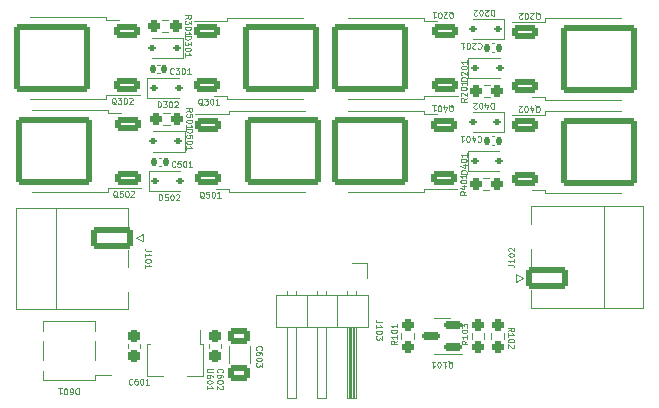
<source format=gbr>
%TF.GenerationSoftware,KiCad,Pcbnew,7.0.7*%
%TF.CreationDate,2024-02-20T00:19:48+01:00*%
%TF.ProjectId,turningLoopMosfet,7475726e-696e-4674-9c6f-6f704d6f7366,rev?*%
%TF.SameCoordinates,Original*%
%TF.FileFunction,Legend,Top*%
%TF.FilePolarity,Positive*%
%FSLAX46Y46*%
G04 Gerber Fmt 4.6, Leading zero omitted, Abs format (unit mm)*
G04 Created by KiCad (PCBNEW 7.0.7) date 2024-02-20 00:19:48*
%MOMM*%
%LPD*%
G01*
G04 APERTURE LIST*
G04 Aperture macros list*
%AMRoundRect*
0 Rectangle with rounded corners*
0 $1 Rounding radius*
0 $2 $3 $4 $5 $6 $7 $8 $9 X,Y pos of 4 corners*
0 Add a 4 corners polygon primitive as box body*
4,1,4,$2,$3,$4,$5,$6,$7,$8,$9,$2,$3,0*
0 Add four circle primitives for the rounded corners*
1,1,$1+$1,$2,$3*
1,1,$1+$1,$4,$5*
1,1,$1+$1,$6,$7*
1,1,$1+$1,$8,$9*
0 Add four rect primitives between the rounded corners*
20,1,$1+$1,$2,$3,$4,$5,0*
20,1,$1+$1,$4,$5,$6,$7,0*
20,1,$1+$1,$6,$7,$8,$9,0*
20,1,$1+$1,$8,$9,$2,$3,0*%
%AMFreePoly0*
4,1,9,3.862500,-0.866500,0.737500,-0.866500,0.737500,-0.450000,-0.737500,-0.450000,-0.737500,0.450000,0.737500,0.450000,0.737500,0.866500,3.862500,0.866500,3.862500,-0.866500,3.862500,-0.866500,$1*%
G04 Aperture macros list end*
%ADD10C,0.075000*%
%ADD11C,0.120000*%
%ADD12C,3.200000*%
%ADD13R,0.900000X1.300000*%
%ADD14FreePoly0,270.000000*%
%ADD15RoundRect,0.237500X0.250000X0.237500X-0.250000X0.237500X-0.250000X-0.237500X0.250000X-0.237500X0*%
%ADD16RoundRect,0.237500X-0.250000X-0.237500X0.250000X-0.237500X0.250000X0.237500X-0.250000X0.237500X0*%
%ADD17RoundRect,0.237500X0.237500X-0.250000X0.237500X0.250000X-0.237500X0.250000X-0.237500X-0.250000X0*%
%ADD18RoundRect,0.237500X-0.237500X0.250000X-0.237500X-0.250000X0.237500X-0.250000X0.237500X0.250000X0*%
%ADD19RoundRect,0.250000X0.850000X0.350000X-0.850000X0.350000X-0.850000X-0.350000X0.850000X-0.350000X0*%
%ADD20RoundRect,0.249997X2.950003X2.650003X-2.950003X2.650003X-2.950003X-2.650003X2.950003X-2.650003X0*%
%ADD21RoundRect,0.250000X-0.850000X-0.350000X0.850000X-0.350000X0.850000X0.350000X-0.850000X0.350000X0*%
%ADD22RoundRect,0.249997X-2.950003X-2.650003X2.950003X-2.650003X2.950003X2.650003X-2.950003X2.650003X0*%
%ADD23RoundRect,0.150000X0.587500X0.150000X-0.587500X0.150000X-0.587500X-0.150000X0.587500X-0.150000X0*%
%ADD24O,1.700000X1.700000*%
%ADD25R,1.700000X1.700000*%
%ADD26RoundRect,0.250000X1.550000X-0.650000X1.550000X0.650000X-1.550000X0.650000X-1.550000X-0.650000X0*%
%ADD27O,3.600000X1.800000*%
%ADD28RoundRect,0.250000X-1.550000X0.650000X-1.550000X-0.650000X1.550000X-0.650000X1.550000X0.650000X0*%
%ADD29R,1.000000X0.800000*%
%ADD30RoundRect,0.112500X-0.187500X-0.112500X0.187500X-0.112500X0.187500X0.112500X-0.187500X0.112500X0*%
%ADD31RoundRect,0.112500X0.187500X0.112500X-0.187500X0.112500X-0.187500X-0.112500X0.187500X-0.112500X0*%
%ADD32RoundRect,0.250000X-0.650000X0.412500X-0.650000X-0.412500X0.650000X-0.412500X0.650000X0.412500X0*%
%ADD33RoundRect,0.237500X-0.237500X0.300000X-0.237500X-0.300000X0.237500X-0.300000X0.237500X0.300000X0*%
%ADD34RoundRect,0.140000X0.140000X0.170000X-0.140000X0.170000X-0.140000X-0.170000X0.140000X-0.170000X0*%
%ADD35RoundRect,0.140000X-0.140000X-0.170000X0.140000X-0.170000X0.140000X0.170000X-0.140000X0.170000X0*%
G04 APERTURE END LIST*
D10*
X90038590Y-113523857D02*
X89633828Y-113523857D01*
X89633828Y-113523857D02*
X89586209Y-113547667D01*
X89586209Y-113547667D02*
X89562400Y-113571476D01*
X89562400Y-113571476D02*
X89538590Y-113619095D01*
X89538590Y-113619095D02*
X89538590Y-113714333D01*
X89538590Y-113714333D02*
X89562400Y-113761952D01*
X89562400Y-113761952D02*
X89586209Y-113785762D01*
X89586209Y-113785762D02*
X89633828Y-113809571D01*
X89633828Y-113809571D02*
X90038590Y-113809571D01*
X90038590Y-114261953D02*
X90038590Y-114166715D01*
X90038590Y-114166715D02*
X90014780Y-114119096D01*
X90014780Y-114119096D02*
X89990971Y-114095286D01*
X89990971Y-114095286D02*
X89919542Y-114047667D01*
X89919542Y-114047667D02*
X89824304Y-114023858D01*
X89824304Y-114023858D02*
X89633828Y-114023858D01*
X89633828Y-114023858D02*
X89586209Y-114047667D01*
X89586209Y-114047667D02*
X89562400Y-114071477D01*
X89562400Y-114071477D02*
X89538590Y-114119096D01*
X89538590Y-114119096D02*
X89538590Y-114214334D01*
X89538590Y-114214334D02*
X89562400Y-114261953D01*
X89562400Y-114261953D02*
X89586209Y-114285762D01*
X89586209Y-114285762D02*
X89633828Y-114309572D01*
X89633828Y-114309572D02*
X89752876Y-114309572D01*
X89752876Y-114309572D02*
X89800495Y-114285762D01*
X89800495Y-114285762D02*
X89824304Y-114261953D01*
X89824304Y-114261953D02*
X89848114Y-114214334D01*
X89848114Y-114214334D02*
X89848114Y-114119096D01*
X89848114Y-114119096D02*
X89824304Y-114071477D01*
X89824304Y-114071477D02*
X89800495Y-114047667D01*
X89800495Y-114047667D02*
X89752876Y-114023858D01*
X90038590Y-114619095D02*
X90038590Y-114666714D01*
X90038590Y-114666714D02*
X90014780Y-114714333D01*
X90014780Y-114714333D02*
X89990971Y-114738143D01*
X89990971Y-114738143D02*
X89943352Y-114761952D01*
X89943352Y-114761952D02*
X89848114Y-114785762D01*
X89848114Y-114785762D02*
X89729066Y-114785762D01*
X89729066Y-114785762D02*
X89633828Y-114761952D01*
X89633828Y-114761952D02*
X89586209Y-114738143D01*
X89586209Y-114738143D02*
X89562400Y-114714333D01*
X89562400Y-114714333D02*
X89538590Y-114666714D01*
X89538590Y-114666714D02*
X89538590Y-114619095D01*
X89538590Y-114619095D02*
X89562400Y-114571476D01*
X89562400Y-114571476D02*
X89586209Y-114547667D01*
X89586209Y-114547667D02*
X89633828Y-114523857D01*
X89633828Y-114523857D02*
X89729066Y-114500048D01*
X89729066Y-114500048D02*
X89848114Y-114500048D01*
X89848114Y-114500048D02*
X89943352Y-114523857D01*
X89943352Y-114523857D02*
X89990971Y-114547667D01*
X89990971Y-114547667D02*
X90014780Y-114571476D01*
X90014780Y-114571476D02*
X90038590Y-114619095D01*
X89538590Y-115261952D02*
X89538590Y-114976238D01*
X89538590Y-115119095D02*
X90038590Y-115119095D01*
X90038590Y-115119095D02*
X89967161Y-115071476D01*
X89967161Y-115071476D02*
X89919542Y-115023857D01*
X89919542Y-115023857D02*
X89895733Y-114976238D01*
X87835590Y-91759476D02*
X88073685Y-91592810D01*
X87835590Y-91473762D02*
X88335590Y-91473762D01*
X88335590Y-91473762D02*
X88335590Y-91664238D01*
X88335590Y-91664238D02*
X88311780Y-91711857D01*
X88311780Y-91711857D02*
X88287971Y-91735667D01*
X88287971Y-91735667D02*
X88240352Y-91759476D01*
X88240352Y-91759476D02*
X88168923Y-91759476D01*
X88168923Y-91759476D02*
X88121304Y-91735667D01*
X88121304Y-91735667D02*
X88097495Y-91711857D01*
X88097495Y-91711857D02*
X88073685Y-91664238D01*
X88073685Y-91664238D02*
X88073685Y-91473762D01*
X88335590Y-92211857D02*
X88335590Y-91973762D01*
X88335590Y-91973762D02*
X88097495Y-91949953D01*
X88097495Y-91949953D02*
X88121304Y-91973762D01*
X88121304Y-91973762D02*
X88145114Y-92021381D01*
X88145114Y-92021381D02*
X88145114Y-92140429D01*
X88145114Y-92140429D02*
X88121304Y-92188048D01*
X88121304Y-92188048D02*
X88097495Y-92211857D01*
X88097495Y-92211857D02*
X88049876Y-92235667D01*
X88049876Y-92235667D02*
X87930828Y-92235667D01*
X87930828Y-92235667D02*
X87883209Y-92211857D01*
X87883209Y-92211857D02*
X87859400Y-92188048D01*
X87859400Y-92188048D02*
X87835590Y-92140429D01*
X87835590Y-92140429D02*
X87835590Y-92021381D01*
X87835590Y-92021381D02*
X87859400Y-91973762D01*
X87859400Y-91973762D02*
X87883209Y-91949953D01*
X88335590Y-92545190D02*
X88335590Y-92592809D01*
X88335590Y-92592809D02*
X88311780Y-92640428D01*
X88311780Y-92640428D02*
X88287971Y-92664238D01*
X88287971Y-92664238D02*
X88240352Y-92688047D01*
X88240352Y-92688047D02*
X88145114Y-92711857D01*
X88145114Y-92711857D02*
X88026066Y-92711857D01*
X88026066Y-92711857D02*
X87930828Y-92688047D01*
X87930828Y-92688047D02*
X87883209Y-92664238D01*
X87883209Y-92664238D02*
X87859400Y-92640428D01*
X87859400Y-92640428D02*
X87835590Y-92592809D01*
X87835590Y-92592809D02*
X87835590Y-92545190D01*
X87835590Y-92545190D02*
X87859400Y-92497571D01*
X87859400Y-92497571D02*
X87883209Y-92473762D01*
X87883209Y-92473762D02*
X87930828Y-92449952D01*
X87930828Y-92449952D02*
X88026066Y-92426143D01*
X88026066Y-92426143D02*
X88145114Y-92426143D01*
X88145114Y-92426143D02*
X88240352Y-92449952D01*
X88240352Y-92449952D02*
X88287971Y-92473762D01*
X88287971Y-92473762D02*
X88311780Y-92497571D01*
X88311780Y-92497571D02*
X88335590Y-92545190D01*
X87835590Y-93188047D02*
X87835590Y-92902333D01*
X87835590Y-93045190D02*
X88335590Y-93045190D01*
X88335590Y-93045190D02*
X88264161Y-92997571D01*
X88264161Y-92997571D02*
X88216542Y-92949952D01*
X88216542Y-92949952D02*
X88192733Y-92902333D01*
X111530409Y-98487522D02*
X111292314Y-98654188D01*
X111530409Y-98773236D02*
X111030409Y-98773236D01*
X111030409Y-98773236D02*
X111030409Y-98582760D01*
X111030409Y-98582760D02*
X111054219Y-98535141D01*
X111054219Y-98535141D02*
X111078028Y-98511331D01*
X111078028Y-98511331D02*
X111125647Y-98487522D01*
X111125647Y-98487522D02*
X111197076Y-98487522D01*
X111197076Y-98487522D02*
X111244695Y-98511331D01*
X111244695Y-98511331D02*
X111268504Y-98535141D01*
X111268504Y-98535141D02*
X111292314Y-98582760D01*
X111292314Y-98582760D02*
X111292314Y-98773236D01*
X111197076Y-98058950D02*
X111530409Y-98058950D01*
X111006600Y-98177998D02*
X111363742Y-98297045D01*
X111363742Y-98297045D02*
X111363742Y-97987522D01*
X111030409Y-97701808D02*
X111030409Y-97654189D01*
X111030409Y-97654189D02*
X111054219Y-97606570D01*
X111054219Y-97606570D02*
X111078028Y-97582760D01*
X111078028Y-97582760D02*
X111125647Y-97558951D01*
X111125647Y-97558951D02*
X111220885Y-97535141D01*
X111220885Y-97535141D02*
X111339933Y-97535141D01*
X111339933Y-97535141D02*
X111435171Y-97558951D01*
X111435171Y-97558951D02*
X111482790Y-97582760D01*
X111482790Y-97582760D02*
X111506600Y-97606570D01*
X111506600Y-97606570D02*
X111530409Y-97654189D01*
X111530409Y-97654189D02*
X111530409Y-97701808D01*
X111530409Y-97701808D02*
X111506600Y-97749427D01*
X111506600Y-97749427D02*
X111482790Y-97773236D01*
X111482790Y-97773236D02*
X111435171Y-97797046D01*
X111435171Y-97797046D02*
X111339933Y-97820855D01*
X111339933Y-97820855D02*
X111220885Y-97820855D01*
X111220885Y-97820855D02*
X111125647Y-97797046D01*
X111125647Y-97797046D02*
X111078028Y-97773236D01*
X111078028Y-97773236D02*
X111054219Y-97749427D01*
X111054219Y-97749427D02*
X111030409Y-97701808D01*
X111530409Y-97058951D02*
X111530409Y-97344665D01*
X111530409Y-97201808D02*
X111030409Y-97201808D01*
X111030409Y-97201808D02*
X111101838Y-97249427D01*
X111101838Y-97249427D02*
X111149457Y-97297046D01*
X111149457Y-97297046D02*
X111173266Y-97344665D01*
X87708590Y-83883477D02*
X87946685Y-83716811D01*
X87708590Y-83597763D02*
X88208590Y-83597763D01*
X88208590Y-83597763D02*
X88208590Y-83788239D01*
X88208590Y-83788239D02*
X88184780Y-83835858D01*
X88184780Y-83835858D02*
X88160971Y-83859668D01*
X88160971Y-83859668D02*
X88113352Y-83883477D01*
X88113352Y-83883477D02*
X88041923Y-83883477D01*
X88041923Y-83883477D02*
X87994304Y-83859668D01*
X87994304Y-83859668D02*
X87970495Y-83835858D01*
X87970495Y-83835858D02*
X87946685Y-83788239D01*
X87946685Y-83788239D02*
X87946685Y-83597763D01*
X88208590Y-84050144D02*
X88208590Y-84359668D01*
X88208590Y-84359668D02*
X88018114Y-84193001D01*
X88018114Y-84193001D02*
X88018114Y-84264430D01*
X88018114Y-84264430D02*
X87994304Y-84312049D01*
X87994304Y-84312049D02*
X87970495Y-84335858D01*
X87970495Y-84335858D02*
X87922876Y-84359668D01*
X87922876Y-84359668D02*
X87803828Y-84359668D01*
X87803828Y-84359668D02*
X87756209Y-84335858D01*
X87756209Y-84335858D02*
X87732400Y-84312049D01*
X87732400Y-84312049D02*
X87708590Y-84264430D01*
X87708590Y-84264430D02*
X87708590Y-84121573D01*
X87708590Y-84121573D02*
X87732400Y-84073954D01*
X87732400Y-84073954D02*
X87756209Y-84050144D01*
X88208590Y-84669191D02*
X88208590Y-84716810D01*
X88208590Y-84716810D02*
X88184780Y-84764429D01*
X88184780Y-84764429D02*
X88160971Y-84788239D01*
X88160971Y-84788239D02*
X88113352Y-84812048D01*
X88113352Y-84812048D02*
X88018114Y-84835858D01*
X88018114Y-84835858D02*
X87899066Y-84835858D01*
X87899066Y-84835858D02*
X87803828Y-84812048D01*
X87803828Y-84812048D02*
X87756209Y-84788239D01*
X87756209Y-84788239D02*
X87732400Y-84764429D01*
X87732400Y-84764429D02*
X87708590Y-84716810D01*
X87708590Y-84716810D02*
X87708590Y-84669191D01*
X87708590Y-84669191D02*
X87732400Y-84621572D01*
X87732400Y-84621572D02*
X87756209Y-84597763D01*
X87756209Y-84597763D02*
X87803828Y-84573953D01*
X87803828Y-84573953D02*
X87899066Y-84550144D01*
X87899066Y-84550144D02*
X88018114Y-84550144D01*
X88018114Y-84550144D02*
X88113352Y-84573953D01*
X88113352Y-84573953D02*
X88160971Y-84597763D01*
X88160971Y-84597763D02*
X88184780Y-84621572D01*
X88184780Y-84621572D02*
X88208590Y-84669191D01*
X87708590Y-85312048D02*
X87708590Y-85026334D01*
X87708590Y-85169191D02*
X88208590Y-85169191D01*
X88208590Y-85169191D02*
X88137161Y-85121572D01*
X88137161Y-85121572D02*
X88089542Y-85073953D01*
X88089542Y-85073953D02*
X88065733Y-85026334D01*
X111554409Y-90612522D02*
X111316314Y-90779188D01*
X111554409Y-90898236D02*
X111054409Y-90898236D01*
X111054409Y-90898236D02*
X111054409Y-90707760D01*
X111054409Y-90707760D02*
X111078219Y-90660141D01*
X111078219Y-90660141D02*
X111102028Y-90636331D01*
X111102028Y-90636331D02*
X111149647Y-90612522D01*
X111149647Y-90612522D02*
X111221076Y-90612522D01*
X111221076Y-90612522D02*
X111268695Y-90636331D01*
X111268695Y-90636331D02*
X111292504Y-90660141D01*
X111292504Y-90660141D02*
X111316314Y-90707760D01*
X111316314Y-90707760D02*
X111316314Y-90898236D01*
X111102028Y-90422045D02*
X111078219Y-90398236D01*
X111078219Y-90398236D02*
X111054409Y-90350617D01*
X111054409Y-90350617D02*
X111054409Y-90231569D01*
X111054409Y-90231569D02*
X111078219Y-90183950D01*
X111078219Y-90183950D02*
X111102028Y-90160141D01*
X111102028Y-90160141D02*
X111149647Y-90136331D01*
X111149647Y-90136331D02*
X111197266Y-90136331D01*
X111197266Y-90136331D02*
X111268695Y-90160141D01*
X111268695Y-90160141D02*
X111554409Y-90445855D01*
X111554409Y-90445855D02*
X111554409Y-90136331D01*
X111054409Y-89826808D02*
X111054409Y-89779189D01*
X111054409Y-89779189D02*
X111078219Y-89731570D01*
X111078219Y-89731570D02*
X111102028Y-89707760D01*
X111102028Y-89707760D02*
X111149647Y-89683951D01*
X111149647Y-89683951D02*
X111244885Y-89660141D01*
X111244885Y-89660141D02*
X111363933Y-89660141D01*
X111363933Y-89660141D02*
X111459171Y-89683951D01*
X111459171Y-89683951D02*
X111506790Y-89707760D01*
X111506790Y-89707760D02*
X111530600Y-89731570D01*
X111530600Y-89731570D02*
X111554409Y-89779189D01*
X111554409Y-89779189D02*
X111554409Y-89826808D01*
X111554409Y-89826808D02*
X111530600Y-89874427D01*
X111530600Y-89874427D02*
X111506790Y-89898236D01*
X111506790Y-89898236D02*
X111459171Y-89922046D01*
X111459171Y-89922046D02*
X111363933Y-89945855D01*
X111363933Y-89945855D02*
X111244885Y-89945855D01*
X111244885Y-89945855D02*
X111149647Y-89922046D01*
X111149647Y-89922046D02*
X111102028Y-89898236D01*
X111102028Y-89898236D02*
X111078219Y-89874427D01*
X111078219Y-89874427D02*
X111054409Y-89826808D01*
X111554409Y-89183951D02*
X111554409Y-89469665D01*
X111554409Y-89326808D02*
X111054409Y-89326808D01*
X111054409Y-89326808D02*
X111125838Y-89374427D01*
X111125838Y-89374427D02*
X111173457Y-89422046D01*
X111173457Y-89422046D02*
X111197266Y-89469665D01*
X111624409Y-111153523D02*
X111386314Y-111320189D01*
X111624409Y-111439237D02*
X111124409Y-111439237D01*
X111124409Y-111439237D02*
X111124409Y-111248761D01*
X111124409Y-111248761D02*
X111148219Y-111201142D01*
X111148219Y-111201142D02*
X111172028Y-111177332D01*
X111172028Y-111177332D02*
X111219647Y-111153523D01*
X111219647Y-111153523D02*
X111291076Y-111153523D01*
X111291076Y-111153523D02*
X111338695Y-111177332D01*
X111338695Y-111177332D02*
X111362504Y-111201142D01*
X111362504Y-111201142D02*
X111386314Y-111248761D01*
X111386314Y-111248761D02*
X111386314Y-111439237D01*
X111624409Y-110677332D02*
X111624409Y-110963046D01*
X111624409Y-110820189D02*
X111124409Y-110820189D01*
X111124409Y-110820189D02*
X111195838Y-110867808D01*
X111195838Y-110867808D02*
X111243457Y-110915427D01*
X111243457Y-110915427D02*
X111267266Y-110963046D01*
X111124409Y-110367809D02*
X111124409Y-110320190D01*
X111124409Y-110320190D02*
X111148219Y-110272571D01*
X111148219Y-110272571D02*
X111172028Y-110248761D01*
X111172028Y-110248761D02*
X111219647Y-110224952D01*
X111219647Y-110224952D02*
X111314885Y-110201142D01*
X111314885Y-110201142D02*
X111433933Y-110201142D01*
X111433933Y-110201142D02*
X111529171Y-110224952D01*
X111529171Y-110224952D02*
X111576790Y-110248761D01*
X111576790Y-110248761D02*
X111600600Y-110272571D01*
X111600600Y-110272571D02*
X111624409Y-110320190D01*
X111624409Y-110320190D02*
X111624409Y-110367809D01*
X111624409Y-110367809D02*
X111600600Y-110415428D01*
X111600600Y-110415428D02*
X111576790Y-110439237D01*
X111576790Y-110439237D02*
X111529171Y-110463047D01*
X111529171Y-110463047D02*
X111433933Y-110486856D01*
X111433933Y-110486856D02*
X111314885Y-110486856D01*
X111314885Y-110486856D02*
X111219647Y-110463047D01*
X111219647Y-110463047D02*
X111172028Y-110439237D01*
X111172028Y-110439237D02*
X111148219Y-110415428D01*
X111148219Y-110415428D02*
X111124409Y-110367809D01*
X111124409Y-110034476D02*
X111124409Y-109724952D01*
X111124409Y-109724952D02*
X111314885Y-109891619D01*
X111314885Y-109891619D02*
X111314885Y-109820190D01*
X111314885Y-109820190D02*
X111338695Y-109772571D01*
X111338695Y-109772571D02*
X111362504Y-109748762D01*
X111362504Y-109748762D02*
X111410123Y-109724952D01*
X111410123Y-109724952D02*
X111529171Y-109724952D01*
X111529171Y-109724952D02*
X111576790Y-109748762D01*
X111576790Y-109748762D02*
X111600600Y-109772571D01*
X111600600Y-109772571D02*
X111624409Y-109820190D01*
X111624409Y-109820190D02*
X111624409Y-109963047D01*
X111624409Y-109963047D02*
X111600600Y-110010666D01*
X111600600Y-110010666D02*
X111576790Y-110034476D01*
X115070590Y-110334476D02*
X115308685Y-110167810D01*
X115070590Y-110048762D02*
X115570590Y-110048762D01*
X115570590Y-110048762D02*
X115570590Y-110239238D01*
X115570590Y-110239238D02*
X115546780Y-110286857D01*
X115546780Y-110286857D02*
X115522971Y-110310667D01*
X115522971Y-110310667D02*
X115475352Y-110334476D01*
X115475352Y-110334476D02*
X115403923Y-110334476D01*
X115403923Y-110334476D02*
X115356304Y-110310667D01*
X115356304Y-110310667D02*
X115332495Y-110286857D01*
X115332495Y-110286857D02*
X115308685Y-110239238D01*
X115308685Y-110239238D02*
X115308685Y-110048762D01*
X115070590Y-110810667D02*
X115070590Y-110524953D01*
X115070590Y-110667810D02*
X115570590Y-110667810D01*
X115570590Y-110667810D02*
X115499161Y-110620191D01*
X115499161Y-110620191D02*
X115451542Y-110572572D01*
X115451542Y-110572572D02*
X115427733Y-110524953D01*
X115570590Y-111120190D02*
X115570590Y-111167809D01*
X115570590Y-111167809D02*
X115546780Y-111215428D01*
X115546780Y-111215428D02*
X115522971Y-111239238D01*
X115522971Y-111239238D02*
X115475352Y-111263047D01*
X115475352Y-111263047D02*
X115380114Y-111286857D01*
X115380114Y-111286857D02*
X115261066Y-111286857D01*
X115261066Y-111286857D02*
X115165828Y-111263047D01*
X115165828Y-111263047D02*
X115118209Y-111239238D01*
X115118209Y-111239238D02*
X115094400Y-111215428D01*
X115094400Y-111215428D02*
X115070590Y-111167809D01*
X115070590Y-111167809D02*
X115070590Y-111120190D01*
X115070590Y-111120190D02*
X115094400Y-111072571D01*
X115094400Y-111072571D02*
X115118209Y-111048762D01*
X115118209Y-111048762D02*
X115165828Y-111024952D01*
X115165828Y-111024952D02*
X115261066Y-111001143D01*
X115261066Y-111001143D02*
X115380114Y-111001143D01*
X115380114Y-111001143D02*
X115475352Y-111024952D01*
X115475352Y-111024952D02*
X115522971Y-111048762D01*
X115522971Y-111048762D02*
X115546780Y-111072571D01*
X115546780Y-111072571D02*
X115570590Y-111120190D01*
X115522971Y-111477333D02*
X115546780Y-111501142D01*
X115546780Y-111501142D02*
X115570590Y-111548761D01*
X115570590Y-111548761D02*
X115570590Y-111667809D01*
X115570590Y-111667809D02*
X115546780Y-111715428D01*
X115546780Y-111715428D02*
X115522971Y-111739237D01*
X115522971Y-111739237D02*
X115475352Y-111763047D01*
X115475352Y-111763047D02*
X115427733Y-111763047D01*
X115427733Y-111763047D02*
X115356304Y-111739237D01*
X115356304Y-111739237D02*
X115070590Y-111453523D01*
X115070590Y-111453523D02*
X115070590Y-111763047D01*
X105655409Y-111153523D02*
X105417314Y-111320189D01*
X105655409Y-111439237D02*
X105155409Y-111439237D01*
X105155409Y-111439237D02*
X105155409Y-111248761D01*
X105155409Y-111248761D02*
X105179219Y-111201142D01*
X105179219Y-111201142D02*
X105203028Y-111177332D01*
X105203028Y-111177332D02*
X105250647Y-111153523D01*
X105250647Y-111153523D02*
X105322076Y-111153523D01*
X105322076Y-111153523D02*
X105369695Y-111177332D01*
X105369695Y-111177332D02*
X105393504Y-111201142D01*
X105393504Y-111201142D02*
X105417314Y-111248761D01*
X105417314Y-111248761D02*
X105417314Y-111439237D01*
X105655409Y-110677332D02*
X105655409Y-110963046D01*
X105655409Y-110820189D02*
X105155409Y-110820189D01*
X105155409Y-110820189D02*
X105226838Y-110867808D01*
X105226838Y-110867808D02*
X105274457Y-110915427D01*
X105274457Y-110915427D02*
X105298266Y-110963046D01*
X105155409Y-110367809D02*
X105155409Y-110320190D01*
X105155409Y-110320190D02*
X105179219Y-110272571D01*
X105179219Y-110272571D02*
X105203028Y-110248761D01*
X105203028Y-110248761D02*
X105250647Y-110224952D01*
X105250647Y-110224952D02*
X105345885Y-110201142D01*
X105345885Y-110201142D02*
X105464933Y-110201142D01*
X105464933Y-110201142D02*
X105560171Y-110224952D01*
X105560171Y-110224952D02*
X105607790Y-110248761D01*
X105607790Y-110248761D02*
X105631600Y-110272571D01*
X105631600Y-110272571D02*
X105655409Y-110320190D01*
X105655409Y-110320190D02*
X105655409Y-110367809D01*
X105655409Y-110367809D02*
X105631600Y-110415428D01*
X105631600Y-110415428D02*
X105607790Y-110439237D01*
X105607790Y-110439237D02*
X105560171Y-110463047D01*
X105560171Y-110463047D02*
X105464933Y-110486856D01*
X105464933Y-110486856D02*
X105345885Y-110486856D01*
X105345885Y-110486856D02*
X105250647Y-110463047D01*
X105250647Y-110463047D02*
X105203028Y-110439237D01*
X105203028Y-110439237D02*
X105179219Y-110415428D01*
X105179219Y-110415428D02*
X105155409Y-110367809D01*
X105655409Y-109724952D02*
X105655409Y-110010666D01*
X105655409Y-109867809D02*
X105155409Y-109867809D01*
X105155409Y-109867809D02*
X105226838Y-109915428D01*
X105226838Y-109915428D02*
X105274457Y-109963047D01*
X105274457Y-109963047D02*
X105298266Y-110010666D01*
X81999190Y-99014028D02*
X81951571Y-98990219D01*
X81951571Y-98990219D02*
X81903952Y-98942600D01*
X81903952Y-98942600D02*
X81832524Y-98871171D01*
X81832524Y-98871171D02*
X81784905Y-98847361D01*
X81784905Y-98847361D02*
X81737286Y-98847361D01*
X81761095Y-98966409D02*
X81713476Y-98942600D01*
X81713476Y-98942600D02*
X81665857Y-98894980D01*
X81665857Y-98894980D02*
X81642048Y-98799742D01*
X81642048Y-98799742D02*
X81642048Y-98633076D01*
X81642048Y-98633076D02*
X81665857Y-98537838D01*
X81665857Y-98537838D02*
X81713476Y-98490219D01*
X81713476Y-98490219D02*
X81761095Y-98466409D01*
X81761095Y-98466409D02*
X81856333Y-98466409D01*
X81856333Y-98466409D02*
X81903952Y-98490219D01*
X81903952Y-98490219D02*
X81951571Y-98537838D01*
X81951571Y-98537838D02*
X81975381Y-98633076D01*
X81975381Y-98633076D02*
X81975381Y-98799742D01*
X81975381Y-98799742D02*
X81951571Y-98894980D01*
X81951571Y-98894980D02*
X81903952Y-98942600D01*
X81903952Y-98942600D02*
X81856333Y-98966409D01*
X81856333Y-98966409D02*
X81761095Y-98966409D01*
X82427762Y-98466409D02*
X82189667Y-98466409D01*
X82189667Y-98466409D02*
X82165858Y-98704504D01*
X82165858Y-98704504D02*
X82189667Y-98680695D01*
X82189667Y-98680695D02*
X82237286Y-98656885D01*
X82237286Y-98656885D02*
X82356334Y-98656885D01*
X82356334Y-98656885D02*
X82403953Y-98680695D01*
X82403953Y-98680695D02*
X82427762Y-98704504D01*
X82427762Y-98704504D02*
X82451572Y-98752123D01*
X82451572Y-98752123D02*
X82451572Y-98871171D01*
X82451572Y-98871171D02*
X82427762Y-98918790D01*
X82427762Y-98918790D02*
X82403953Y-98942600D01*
X82403953Y-98942600D02*
X82356334Y-98966409D01*
X82356334Y-98966409D02*
X82237286Y-98966409D01*
X82237286Y-98966409D02*
X82189667Y-98942600D01*
X82189667Y-98942600D02*
X82165858Y-98918790D01*
X82761095Y-98466409D02*
X82808714Y-98466409D01*
X82808714Y-98466409D02*
X82856333Y-98490219D01*
X82856333Y-98490219D02*
X82880143Y-98514028D01*
X82880143Y-98514028D02*
X82903952Y-98561647D01*
X82903952Y-98561647D02*
X82927762Y-98656885D01*
X82927762Y-98656885D02*
X82927762Y-98775933D01*
X82927762Y-98775933D02*
X82903952Y-98871171D01*
X82903952Y-98871171D02*
X82880143Y-98918790D01*
X82880143Y-98918790D02*
X82856333Y-98942600D01*
X82856333Y-98942600D02*
X82808714Y-98966409D01*
X82808714Y-98966409D02*
X82761095Y-98966409D01*
X82761095Y-98966409D02*
X82713476Y-98942600D01*
X82713476Y-98942600D02*
X82689667Y-98918790D01*
X82689667Y-98918790D02*
X82665857Y-98871171D01*
X82665857Y-98871171D02*
X82642048Y-98775933D01*
X82642048Y-98775933D02*
X82642048Y-98656885D01*
X82642048Y-98656885D02*
X82665857Y-98561647D01*
X82665857Y-98561647D02*
X82689667Y-98514028D01*
X82689667Y-98514028D02*
X82713476Y-98490219D01*
X82713476Y-98490219D02*
X82761095Y-98466409D01*
X83118238Y-98514028D02*
X83142047Y-98490219D01*
X83142047Y-98490219D02*
X83189666Y-98466409D01*
X83189666Y-98466409D02*
X83308714Y-98466409D01*
X83308714Y-98466409D02*
X83356333Y-98490219D01*
X83356333Y-98490219D02*
X83380142Y-98514028D01*
X83380142Y-98514028D02*
X83403952Y-98561647D01*
X83403952Y-98561647D02*
X83403952Y-98609266D01*
X83403952Y-98609266D02*
X83380142Y-98680695D01*
X83380142Y-98680695D02*
X83094428Y-98966409D01*
X83094428Y-98966409D02*
X83403952Y-98966409D01*
X89319190Y-99074028D02*
X89271571Y-99050219D01*
X89271571Y-99050219D02*
X89223952Y-99002600D01*
X89223952Y-99002600D02*
X89152524Y-98931171D01*
X89152524Y-98931171D02*
X89104905Y-98907361D01*
X89104905Y-98907361D02*
X89057286Y-98907361D01*
X89081095Y-99026409D02*
X89033476Y-99002600D01*
X89033476Y-99002600D02*
X88985857Y-98954980D01*
X88985857Y-98954980D02*
X88962048Y-98859742D01*
X88962048Y-98859742D02*
X88962048Y-98693076D01*
X88962048Y-98693076D02*
X88985857Y-98597838D01*
X88985857Y-98597838D02*
X89033476Y-98550219D01*
X89033476Y-98550219D02*
X89081095Y-98526409D01*
X89081095Y-98526409D02*
X89176333Y-98526409D01*
X89176333Y-98526409D02*
X89223952Y-98550219D01*
X89223952Y-98550219D02*
X89271571Y-98597838D01*
X89271571Y-98597838D02*
X89295381Y-98693076D01*
X89295381Y-98693076D02*
X89295381Y-98859742D01*
X89295381Y-98859742D02*
X89271571Y-98954980D01*
X89271571Y-98954980D02*
X89223952Y-99002600D01*
X89223952Y-99002600D02*
X89176333Y-99026409D01*
X89176333Y-99026409D02*
X89081095Y-99026409D01*
X89747762Y-98526409D02*
X89509667Y-98526409D01*
X89509667Y-98526409D02*
X89485858Y-98764504D01*
X89485858Y-98764504D02*
X89509667Y-98740695D01*
X89509667Y-98740695D02*
X89557286Y-98716885D01*
X89557286Y-98716885D02*
X89676334Y-98716885D01*
X89676334Y-98716885D02*
X89723953Y-98740695D01*
X89723953Y-98740695D02*
X89747762Y-98764504D01*
X89747762Y-98764504D02*
X89771572Y-98812123D01*
X89771572Y-98812123D02*
X89771572Y-98931171D01*
X89771572Y-98931171D02*
X89747762Y-98978790D01*
X89747762Y-98978790D02*
X89723953Y-99002600D01*
X89723953Y-99002600D02*
X89676334Y-99026409D01*
X89676334Y-99026409D02*
X89557286Y-99026409D01*
X89557286Y-99026409D02*
X89509667Y-99002600D01*
X89509667Y-99002600D02*
X89485858Y-98978790D01*
X90081095Y-98526409D02*
X90128714Y-98526409D01*
X90128714Y-98526409D02*
X90176333Y-98550219D01*
X90176333Y-98550219D02*
X90200143Y-98574028D01*
X90200143Y-98574028D02*
X90223952Y-98621647D01*
X90223952Y-98621647D02*
X90247762Y-98716885D01*
X90247762Y-98716885D02*
X90247762Y-98835933D01*
X90247762Y-98835933D02*
X90223952Y-98931171D01*
X90223952Y-98931171D02*
X90200143Y-98978790D01*
X90200143Y-98978790D02*
X90176333Y-99002600D01*
X90176333Y-99002600D02*
X90128714Y-99026409D01*
X90128714Y-99026409D02*
X90081095Y-99026409D01*
X90081095Y-99026409D02*
X90033476Y-99002600D01*
X90033476Y-99002600D02*
X90009667Y-98978790D01*
X90009667Y-98978790D02*
X89985857Y-98931171D01*
X89985857Y-98931171D02*
X89962048Y-98835933D01*
X89962048Y-98835933D02*
X89962048Y-98716885D01*
X89962048Y-98716885D02*
X89985857Y-98621647D01*
X89985857Y-98621647D02*
X90009667Y-98574028D01*
X90009667Y-98574028D02*
X90033476Y-98550219D01*
X90033476Y-98550219D02*
X90081095Y-98526409D01*
X90723952Y-99026409D02*
X90438238Y-99026409D01*
X90581095Y-99026409D02*
X90581095Y-98526409D01*
X90581095Y-98526409D02*
X90533476Y-98597838D01*
X90533476Y-98597838D02*
X90485857Y-98645457D01*
X90485857Y-98645457D02*
X90438238Y-98669266D01*
X117366809Y-91232971D02*
X117414428Y-91256780D01*
X117414428Y-91256780D02*
X117462047Y-91304400D01*
X117462047Y-91304400D02*
X117533475Y-91375828D01*
X117533475Y-91375828D02*
X117581094Y-91399638D01*
X117581094Y-91399638D02*
X117628713Y-91399638D01*
X117604904Y-91280590D02*
X117652523Y-91304400D01*
X117652523Y-91304400D02*
X117700142Y-91352019D01*
X117700142Y-91352019D02*
X117723951Y-91447257D01*
X117723951Y-91447257D02*
X117723951Y-91613923D01*
X117723951Y-91613923D02*
X117700142Y-91709161D01*
X117700142Y-91709161D02*
X117652523Y-91756780D01*
X117652523Y-91756780D02*
X117604904Y-91780590D01*
X117604904Y-91780590D02*
X117509666Y-91780590D01*
X117509666Y-91780590D02*
X117462047Y-91756780D01*
X117462047Y-91756780D02*
X117414428Y-91709161D01*
X117414428Y-91709161D02*
X117390618Y-91613923D01*
X117390618Y-91613923D02*
X117390618Y-91447257D01*
X117390618Y-91447257D02*
X117414428Y-91352019D01*
X117414428Y-91352019D02*
X117462047Y-91304400D01*
X117462047Y-91304400D02*
X117509666Y-91280590D01*
X117509666Y-91280590D02*
X117604904Y-91280590D01*
X116962046Y-91613923D02*
X116962046Y-91280590D01*
X117081094Y-91804400D02*
X117200141Y-91447257D01*
X117200141Y-91447257D02*
X116890618Y-91447257D01*
X116604904Y-91780590D02*
X116557285Y-91780590D01*
X116557285Y-91780590D02*
X116509666Y-91756780D01*
X116509666Y-91756780D02*
X116485856Y-91732971D01*
X116485856Y-91732971D02*
X116462047Y-91685352D01*
X116462047Y-91685352D02*
X116438237Y-91590114D01*
X116438237Y-91590114D02*
X116438237Y-91471066D01*
X116438237Y-91471066D02*
X116462047Y-91375828D01*
X116462047Y-91375828D02*
X116485856Y-91328209D01*
X116485856Y-91328209D02*
X116509666Y-91304400D01*
X116509666Y-91304400D02*
X116557285Y-91280590D01*
X116557285Y-91280590D02*
X116604904Y-91280590D01*
X116604904Y-91280590D02*
X116652523Y-91304400D01*
X116652523Y-91304400D02*
X116676332Y-91328209D01*
X116676332Y-91328209D02*
X116700142Y-91375828D01*
X116700142Y-91375828D02*
X116723951Y-91471066D01*
X116723951Y-91471066D02*
X116723951Y-91590114D01*
X116723951Y-91590114D02*
X116700142Y-91685352D01*
X116700142Y-91685352D02*
X116676332Y-91732971D01*
X116676332Y-91732971D02*
X116652523Y-91756780D01*
X116652523Y-91756780D02*
X116604904Y-91780590D01*
X116247761Y-91732971D02*
X116223952Y-91756780D01*
X116223952Y-91756780D02*
X116176333Y-91780590D01*
X116176333Y-91780590D02*
X116057285Y-91780590D01*
X116057285Y-91780590D02*
X116009666Y-91756780D01*
X116009666Y-91756780D02*
X115985857Y-91732971D01*
X115985857Y-91732971D02*
X115962047Y-91685352D01*
X115962047Y-91685352D02*
X115962047Y-91637733D01*
X115962047Y-91637733D02*
X115985857Y-91566304D01*
X115985857Y-91566304D02*
X116271571Y-91280590D01*
X116271571Y-91280590D02*
X115962047Y-91280590D01*
X110046809Y-91172972D02*
X110094428Y-91196781D01*
X110094428Y-91196781D02*
X110142047Y-91244401D01*
X110142047Y-91244401D02*
X110213475Y-91315829D01*
X110213475Y-91315829D02*
X110261094Y-91339639D01*
X110261094Y-91339639D02*
X110308713Y-91339639D01*
X110284904Y-91220591D02*
X110332523Y-91244401D01*
X110332523Y-91244401D02*
X110380142Y-91292020D01*
X110380142Y-91292020D02*
X110403951Y-91387258D01*
X110403951Y-91387258D02*
X110403951Y-91553924D01*
X110403951Y-91553924D02*
X110380142Y-91649162D01*
X110380142Y-91649162D02*
X110332523Y-91696781D01*
X110332523Y-91696781D02*
X110284904Y-91720591D01*
X110284904Y-91720591D02*
X110189666Y-91720591D01*
X110189666Y-91720591D02*
X110142047Y-91696781D01*
X110142047Y-91696781D02*
X110094428Y-91649162D01*
X110094428Y-91649162D02*
X110070618Y-91553924D01*
X110070618Y-91553924D02*
X110070618Y-91387258D01*
X110070618Y-91387258D02*
X110094428Y-91292020D01*
X110094428Y-91292020D02*
X110142047Y-91244401D01*
X110142047Y-91244401D02*
X110189666Y-91220591D01*
X110189666Y-91220591D02*
X110284904Y-91220591D01*
X109642046Y-91553924D02*
X109642046Y-91220591D01*
X109761094Y-91744401D02*
X109880141Y-91387258D01*
X109880141Y-91387258D02*
X109570618Y-91387258D01*
X109284904Y-91720591D02*
X109237285Y-91720591D01*
X109237285Y-91720591D02*
X109189666Y-91696781D01*
X109189666Y-91696781D02*
X109165856Y-91672972D01*
X109165856Y-91672972D02*
X109142047Y-91625353D01*
X109142047Y-91625353D02*
X109118237Y-91530115D01*
X109118237Y-91530115D02*
X109118237Y-91411067D01*
X109118237Y-91411067D02*
X109142047Y-91315829D01*
X109142047Y-91315829D02*
X109165856Y-91268210D01*
X109165856Y-91268210D02*
X109189666Y-91244401D01*
X109189666Y-91244401D02*
X109237285Y-91220591D01*
X109237285Y-91220591D02*
X109284904Y-91220591D01*
X109284904Y-91220591D02*
X109332523Y-91244401D01*
X109332523Y-91244401D02*
X109356332Y-91268210D01*
X109356332Y-91268210D02*
X109380142Y-91315829D01*
X109380142Y-91315829D02*
X109403951Y-91411067D01*
X109403951Y-91411067D02*
X109403951Y-91530115D01*
X109403951Y-91530115D02*
X109380142Y-91625353D01*
X109380142Y-91625353D02*
X109356332Y-91672972D01*
X109356332Y-91672972D02*
X109332523Y-91696781D01*
X109332523Y-91696781D02*
X109284904Y-91720591D01*
X108642047Y-91220591D02*
X108927761Y-91220591D01*
X108784904Y-91220591D02*
X108784904Y-91720591D01*
X108784904Y-91720591D02*
X108832523Y-91649162D01*
X108832523Y-91649162D02*
X108880142Y-91601543D01*
X108880142Y-91601543D02*
X108927761Y-91577734D01*
X81872190Y-91138028D02*
X81824571Y-91114219D01*
X81824571Y-91114219D02*
X81776952Y-91066600D01*
X81776952Y-91066600D02*
X81705524Y-90995171D01*
X81705524Y-90995171D02*
X81657905Y-90971361D01*
X81657905Y-90971361D02*
X81610286Y-90971361D01*
X81634095Y-91090409D02*
X81586476Y-91066600D01*
X81586476Y-91066600D02*
X81538857Y-91018980D01*
X81538857Y-91018980D02*
X81515048Y-90923742D01*
X81515048Y-90923742D02*
X81515048Y-90757076D01*
X81515048Y-90757076D02*
X81538857Y-90661838D01*
X81538857Y-90661838D02*
X81586476Y-90614219D01*
X81586476Y-90614219D02*
X81634095Y-90590409D01*
X81634095Y-90590409D02*
X81729333Y-90590409D01*
X81729333Y-90590409D02*
X81776952Y-90614219D01*
X81776952Y-90614219D02*
X81824571Y-90661838D01*
X81824571Y-90661838D02*
X81848381Y-90757076D01*
X81848381Y-90757076D02*
X81848381Y-90923742D01*
X81848381Y-90923742D02*
X81824571Y-91018980D01*
X81824571Y-91018980D02*
X81776952Y-91066600D01*
X81776952Y-91066600D02*
X81729333Y-91090409D01*
X81729333Y-91090409D02*
X81634095Y-91090409D01*
X82015048Y-90590409D02*
X82324572Y-90590409D01*
X82324572Y-90590409D02*
X82157905Y-90780885D01*
X82157905Y-90780885D02*
X82229334Y-90780885D01*
X82229334Y-90780885D02*
X82276953Y-90804695D01*
X82276953Y-90804695D02*
X82300762Y-90828504D01*
X82300762Y-90828504D02*
X82324572Y-90876123D01*
X82324572Y-90876123D02*
X82324572Y-90995171D01*
X82324572Y-90995171D02*
X82300762Y-91042790D01*
X82300762Y-91042790D02*
X82276953Y-91066600D01*
X82276953Y-91066600D02*
X82229334Y-91090409D01*
X82229334Y-91090409D02*
X82086477Y-91090409D01*
X82086477Y-91090409D02*
X82038858Y-91066600D01*
X82038858Y-91066600D02*
X82015048Y-91042790D01*
X82634095Y-90590409D02*
X82681714Y-90590409D01*
X82681714Y-90590409D02*
X82729333Y-90614219D01*
X82729333Y-90614219D02*
X82753143Y-90638028D01*
X82753143Y-90638028D02*
X82776952Y-90685647D01*
X82776952Y-90685647D02*
X82800762Y-90780885D01*
X82800762Y-90780885D02*
X82800762Y-90899933D01*
X82800762Y-90899933D02*
X82776952Y-90995171D01*
X82776952Y-90995171D02*
X82753143Y-91042790D01*
X82753143Y-91042790D02*
X82729333Y-91066600D01*
X82729333Y-91066600D02*
X82681714Y-91090409D01*
X82681714Y-91090409D02*
X82634095Y-91090409D01*
X82634095Y-91090409D02*
X82586476Y-91066600D01*
X82586476Y-91066600D02*
X82562667Y-91042790D01*
X82562667Y-91042790D02*
X82538857Y-90995171D01*
X82538857Y-90995171D02*
X82515048Y-90899933D01*
X82515048Y-90899933D02*
X82515048Y-90780885D01*
X82515048Y-90780885D02*
X82538857Y-90685647D01*
X82538857Y-90685647D02*
X82562667Y-90638028D01*
X82562667Y-90638028D02*
X82586476Y-90614219D01*
X82586476Y-90614219D02*
X82634095Y-90590409D01*
X82991238Y-90638028D02*
X83015047Y-90614219D01*
X83015047Y-90614219D02*
X83062666Y-90590409D01*
X83062666Y-90590409D02*
X83181714Y-90590409D01*
X83181714Y-90590409D02*
X83229333Y-90614219D01*
X83229333Y-90614219D02*
X83253142Y-90638028D01*
X83253142Y-90638028D02*
X83276952Y-90685647D01*
X83276952Y-90685647D02*
X83276952Y-90733266D01*
X83276952Y-90733266D02*
X83253142Y-90804695D01*
X83253142Y-90804695D02*
X82967428Y-91090409D01*
X82967428Y-91090409D02*
X83276952Y-91090409D01*
X89192190Y-91198027D02*
X89144571Y-91174218D01*
X89144571Y-91174218D02*
X89096952Y-91126599D01*
X89096952Y-91126599D02*
X89025524Y-91055170D01*
X89025524Y-91055170D02*
X88977905Y-91031360D01*
X88977905Y-91031360D02*
X88930286Y-91031360D01*
X88954095Y-91150408D02*
X88906476Y-91126599D01*
X88906476Y-91126599D02*
X88858857Y-91078979D01*
X88858857Y-91078979D02*
X88835048Y-90983741D01*
X88835048Y-90983741D02*
X88835048Y-90817075D01*
X88835048Y-90817075D02*
X88858857Y-90721837D01*
X88858857Y-90721837D02*
X88906476Y-90674218D01*
X88906476Y-90674218D02*
X88954095Y-90650408D01*
X88954095Y-90650408D02*
X89049333Y-90650408D01*
X89049333Y-90650408D02*
X89096952Y-90674218D01*
X89096952Y-90674218D02*
X89144571Y-90721837D01*
X89144571Y-90721837D02*
X89168381Y-90817075D01*
X89168381Y-90817075D02*
X89168381Y-90983741D01*
X89168381Y-90983741D02*
X89144571Y-91078979D01*
X89144571Y-91078979D02*
X89096952Y-91126599D01*
X89096952Y-91126599D02*
X89049333Y-91150408D01*
X89049333Y-91150408D02*
X88954095Y-91150408D01*
X89335048Y-90650408D02*
X89644572Y-90650408D01*
X89644572Y-90650408D02*
X89477905Y-90840884D01*
X89477905Y-90840884D02*
X89549334Y-90840884D01*
X89549334Y-90840884D02*
X89596953Y-90864694D01*
X89596953Y-90864694D02*
X89620762Y-90888503D01*
X89620762Y-90888503D02*
X89644572Y-90936122D01*
X89644572Y-90936122D02*
X89644572Y-91055170D01*
X89644572Y-91055170D02*
X89620762Y-91102789D01*
X89620762Y-91102789D02*
X89596953Y-91126599D01*
X89596953Y-91126599D02*
X89549334Y-91150408D01*
X89549334Y-91150408D02*
X89406477Y-91150408D01*
X89406477Y-91150408D02*
X89358858Y-91126599D01*
X89358858Y-91126599D02*
X89335048Y-91102789D01*
X89954095Y-90650408D02*
X90001714Y-90650408D01*
X90001714Y-90650408D02*
X90049333Y-90674218D01*
X90049333Y-90674218D02*
X90073143Y-90698027D01*
X90073143Y-90698027D02*
X90096952Y-90745646D01*
X90096952Y-90745646D02*
X90120762Y-90840884D01*
X90120762Y-90840884D02*
X90120762Y-90959932D01*
X90120762Y-90959932D02*
X90096952Y-91055170D01*
X90096952Y-91055170D02*
X90073143Y-91102789D01*
X90073143Y-91102789D02*
X90049333Y-91126599D01*
X90049333Y-91126599D02*
X90001714Y-91150408D01*
X90001714Y-91150408D02*
X89954095Y-91150408D01*
X89954095Y-91150408D02*
X89906476Y-91126599D01*
X89906476Y-91126599D02*
X89882667Y-91102789D01*
X89882667Y-91102789D02*
X89858857Y-91055170D01*
X89858857Y-91055170D02*
X89835048Y-90959932D01*
X89835048Y-90959932D02*
X89835048Y-90840884D01*
X89835048Y-90840884D02*
X89858857Y-90745646D01*
X89858857Y-90745646D02*
X89882667Y-90698027D01*
X89882667Y-90698027D02*
X89906476Y-90674218D01*
X89906476Y-90674218D02*
X89954095Y-90650408D01*
X90596952Y-91150408D02*
X90311238Y-91150408D01*
X90454095Y-91150408D02*
X90454095Y-90650408D01*
X90454095Y-90650408D02*
X90406476Y-90721837D01*
X90406476Y-90721837D02*
X90358857Y-90769456D01*
X90358857Y-90769456D02*
X90311238Y-90793265D01*
X117390809Y-83357971D02*
X117438428Y-83381780D01*
X117438428Y-83381780D02*
X117486047Y-83429400D01*
X117486047Y-83429400D02*
X117557475Y-83500828D01*
X117557475Y-83500828D02*
X117605094Y-83524638D01*
X117605094Y-83524638D02*
X117652713Y-83524638D01*
X117628904Y-83405590D02*
X117676523Y-83429400D01*
X117676523Y-83429400D02*
X117724142Y-83477019D01*
X117724142Y-83477019D02*
X117747951Y-83572257D01*
X117747951Y-83572257D02*
X117747951Y-83738923D01*
X117747951Y-83738923D02*
X117724142Y-83834161D01*
X117724142Y-83834161D02*
X117676523Y-83881780D01*
X117676523Y-83881780D02*
X117628904Y-83905590D01*
X117628904Y-83905590D02*
X117533666Y-83905590D01*
X117533666Y-83905590D02*
X117486047Y-83881780D01*
X117486047Y-83881780D02*
X117438428Y-83834161D01*
X117438428Y-83834161D02*
X117414618Y-83738923D01*
X117414618Y-83738923D02*
X117414618Y-83572257D01*
X117414618Y-83572257D02*
X117438428Y-83477019D01*
X117438428Y-83477019D02*
X117486047Y-83429400D01*
X117486047Y-83429400D02*
X117533666Y-83405590D01*
X117533666Y-83405590D02*
X117628904Y-83405590D01*
X117224141Y-83857971D02*
X117200332Y-83881780D01*
X117200332Y-83881780D02*
X117152713Y-83905590D01*
X117152713Y-83905590D02*
X117033665Y-83905590D01*
X117033665Y-83905590D02*
X116986046Y-83881780D01*
X116986046Y-83881780D02*
X116962237Y-83857971D01*
X116962237Y-83857971D02*
X116938427Y-83810352D01*
X116938427Y-83810352D02*
X116938427Y-83762733D01*
X116938427Y-83762733D02*
X116962237Y-83691304D01*
X116962237Y-83691304D02*
X117247951Y-83405590D01*
X117247951Y-83405590D02*
X116938427Y-83405590D01*
X116628904Y-83905590D02*
X116581285Y-83905590D01*
X116581285Y-83905590D02*
X116533666Y-83881780D01*
X116533666Y-83881780D02*
X116509856Y-83857971D01*
X116509856Y-83857971D02*
X116486047Y-83810352D01*
X116486047Y-83810352D02*
X116462237Y-83715114D01*
X116462237Y-83715114D02*
X116462237Y-83596066D01*
X116462237Y-83596066D02*
X116486047Y-83500828D01*
X116486047Y-83500828D02*
X116509856Y-83453209D01*
X116509856Y-83453209D02*
X116533666Y-83429400D01*
X116533666Y-83429400D02*
X116581285Y-83405590D01*
X116581285Y-83405590D02*
X116628904Y-83405590D01*
X116628904Y-83405590D02*
X116676523Y-83429400D01*
X116676523Y-83429400D02*
X116700332Y-83453209D01*
X116700332Y-83453209D02*
X116724142Y-83500828D01*
X116724142Y-83500828D02*
X116747951Y-83596066D01*
X116747951Y-83596066D02*
X116747951Y-83715114D01*
X116747951Y-83715114D02*
X116724142Y-83810352D01*
X116724142Y-83810352D02*
X116700332Y-83857971D01*
X116700332Y-83857971D02*
X116676523Y-83881780D01*
X116676523Y-83881780D02*
X116628904Y-83905590D01*
X116271761Y-83857971D02*
X116247952Y-83881780D01*
X116247952Y-83881780D02*
X116200333Y-83905590D01*
X116200333Y-83905590D02*
X116081285Y-83905590D01*
X116081285Y-83905590D02*
X116033666Y-83881780D01*
X116033666Y-83881780D02*
X116009857Y-83857971D01*
X116009857Y-83857971D02*
X115986047Y-83810352D01*
X115986047Y-83810352D02*
X115986047Y-83762733D01*
X115986047Y-83762733D02*
X116009857Y-83691304D01*
X116009857Y-83691304D02*
X116295571Y-83405590D01*
X116295571Y-83405590D02*
X115986047Y-83405590D01*
X110070809Y-83297972D02*
X110118428Y-83321781D01*
X110118428Y-83321781D02*
X110166047Y-83369401D01*
X110166047Y-83369401D02*
X110237475Y-83440829D01*
X110237475Y-83440829D02*
X110285094Y-83464639D01*
X110285094Y-83464639D02*
X110332713Y-83464639D01*
X110308904Y-83345591D02*
X110356523Y-83369401D01*
X110356523Y-83369401D02*
X110404142Y-83417020D01*
X110404142Y-83417020D02*
X110427951Y-83512258D01*
X110427951Y-83512258D02*
X110427951Y-83678924D01*
X110427951Y-83678924D02*
X110404142Y-83774162D01*
X110404142Y-83774162D02*
X110356523Y-83821781D01*
X110356523Y-83821781D02*
X110308904Y-83845591D01*
X110308904Y-83845591D02*
X110213666Y-83845591D01*
X110213666Y-83845591D02*
X110166047Y-83821781D01*
X110166047Y-83821781D02*
X110118428Y-83774162D01*
X110118428Y-83774162D02*
X110094618Y-83678924D01*
X110094618Y-83678924D02*
X110094618Y-83512258D01*
X110094618Y-83512258D02*
X110118428Y-83417020D01*
X110118428Y-83417020D02*
X110166047Y-83369401D01*
X110166047Y-83369401D02*
X110213666Y-83345591D01*
X110213666Y-83345591D02*
X110308904Y-83345591D01*
X109904141Y-83797972D02*
X109880332Y-83821781D01*
X109880332Y-83821781D02*
X109832713Y-83845591D01*
X109832713Y-83845591D02*
X109713665Y-83845591D01*
X109713665Y-83845591D02*
X109666046Y-83821781D01*
X109666046Y-83821781D02*
X109642237Y-83797972D01*
X109642237Y-83797972D02*
X109618427Y-83750353D01*
X109618427Y-83750353D02*
X109618427Y-83702734D01*
X109618427Y-83702734D02*
X109642237Y-83631305D01*
X109642237Y-83631305D02*
X109927951Y-83345591D01*
X109927951Y-83345591D02*
X109618427Y-83345591D01*
X109308904Y-83845591D02*
X109261285Y-83845591D01*
X109261285Y-83845591D02*
X109213666Y-83821781D01*
X109213666Y-83821781D02*
X109189856Y-83797972D01*
X109189856Y-83797972D02*
X109166047Y-83750353D01*
X109166047Y-83750353D02*
X109142237Y-83655115D01*
X109142237Y-83655115D02*
X109142237Y-83536067D01*
X109142237Y-83536067D02*
X109166047Y-83440829D01*
X109166047Y-83440829D02*
X109189856Y-83393210D01*
X109189856Y-83393210D02*
X109213666Y-83369401D01*
X109213666Y-83369401D02*
X109261285Y-83345591D01*
X109261285Y-83345591D02*
X109308904Y-83345591D01*
X109308904Y-83345591D02*
X109356523Y-83369401D01*
X109356523Y-83369401D02*
X109380332Y-83393210D01*
X109380332Y-83393210D02*
X109404142Y-83440829D01*
X109404142Y-83440829D02*
X109427951Y-83536067D01*
X109427951Y-83536067D02*
X109427951Y-83655115D01*
X109427951Y-83655115D02*
X109404142Y-83750353D01*
X109404142Y-83750353D02*
X109380332Y-83797972D01*
X109380332Y-83797972D02*
X109356523Y-83821781D01*
X109356523Y-83821781D02*
X109308904Y-83845591D01*
X108666047Y-83345591D02*
X108951761Y-83345591D01*
X108808904Y-83345591D02*
X108808904Y-83845591D01*
X108808904Y-83845591D02*
X108856523Y-83774162D01*
X108856523Y-83774162D02*
X108904142Y-83726543D01*
X108904142Y-83726543D02*
X108951761Y-83702734D01*
X109997809Y-112868971D02*
X110045428Y-112892780D01*
X110045428Y-112892780D02*
X110093047Y-112940400D01*
X110093047Y-112940400D02*
X110164475Y-113011828D01*
X110164475Y-113011828D02*
X110212094Y-113035638D01*
X110212094Y-113035638D02*
X110259713Y-113035638D01*
X110235904Y-112916590D02*
X110283523Y-112940400D01*
X110283523Y-112940400D02*
X110331142Y-112988019D01*
X110331142Y-112988019D02*
X110354951Y-113083257D01*
X110354951Y-113083257D02*
X110354951Y-113249923D01*
X110354951Y-113249923D02*
X110331142Y-113345161D01*
X110331142Y-113345161D02*
X110283523Y-113392780D01*
X110283523Y-113392780D02*
X110235904Y-113416590D01*
X110235904Y-113416590D02*
X110140666Y-113416590D01*
X110140666Y-113416590D02*
X110093047Y-113392780D01*
X110093047Y-113392780D02*
X110045428Y-113345161D01*
X110045428Y-113345161D02*
X110021618Y-113249923D01*
X110021618Y-113249923D02*
X110021618Y-113083257D01*
X110021618Y-113083257D02*
X110045428Y-112988019D01*
X110045428Y-112988019D02*
X110093047Y-112940400D01*
X110093047Y-112940400D02*
X110140666Y-112916590D01*
X110140666Y-112916590D02*
X110235904Y-112916590D01*
X109545427Y-112916590D02*
X109831141Y-112916590D01*
X109688284Y-112916590D02*
X109688284Y-113416590D01*
X109688284Y-113416590D02*
X109735903Y-113345161D01*
X109735903Y-113345161D02*
X109783522Y-113297542D01*
X109783522Y-113297542D02*
X109831141Y-113273733D01*
X109235904Y-113416590D02*
X109188285Y-113416590D01*
X109188285Y-113416590D02*
X109140666Y-113392780D01*
X109140666Y-113392780D02*
X109116856Y-113368971D01*
X109116856Y-113368971D02*
X109093047Y-113321352D01*
X109093047Y-113321352D02*
X109069237Y-113226114D01*
X109069237Y-113226114D02*
X109069237Y-113107066D01*
X109069237Y-113107066D02*
X109093047Y-113011828D01*
X109093047Y-113011828D02*
X109116856Y-112964209D01*
X109116856Y-112964209D02*
X109140666Y-112940400D01*
X109140666Y-112940400D02*
X109188285Y-112916590D01*
X109188285Y-112916590D02*
X109235904Y-112916590D01*
X109235904Y-112916590D02*
X109283523Y-112940400D01*
X109283523Y-112940400D02*
X109307332Y-112964209D01*
X109307332Y-112964209D02*
X109331142Y-113011828D01*
X109331142Y-113011828D02*
X109354951Y-113107066D01*
X109354951Y-113107066D02*
X109354951Y-113226114D01*
X109354951Y-113226114D02*
X109331142Y-113321352D01*
X109331142Y-113321352D02*
X109307332Y-113368971D01*
X109307332Y-113368971D02*
X109283523Y-113392780D01*
X109283523Y-113392780D02*
X109235904Y-113416590D01*
X108593047Y-112916590D02*
X108878761Y-112916590D01*
X108735904Y-112916590D02*
X108735904Y-113416590D01*
X108735904Y-113416590D02*
X108783523Y-113345161D01*
X108783523Y-113345161D02*
X108831142Y-113297542D01*
X108831142Y-113297542D02*
X108878761Y-113273733D01*
X104381590Y-109603143D02*
X104024447Y-109603143D01*
X104024447Y-109603143D02*
X103953019Y-109579334D01*
X103953019Y-109579334D02*
X103905400Y-109531715D01*
X103905400Y-109531715D02*
X103881590Y-109460286D01*
X103881590Y-109460286D02*
X103881590Y-109412667D01*
X103881590Y-110103143D02*
X103881590Y-109817429D01*
X103881590Y-109960286D02*
X104381590Y-109960286D01*
X104381590Y-109960286D02*
X104310161Y-109912667D01*
X104310161Y-109912667D02*
X104262542Y-109865048D01*
X104262542Y-109865048D02*
X104238733Y-109817429D01*
X104381590Y-110412666D02*
X104381590Y-110460285D01*
X104381590Y-110460285D02*
X104357780Y-110507904D01*
X104357780Y-110507904D02*
X104333971Y-110531714D01*
X104333971Y-110531714D02*
X104286352Y-110555523D01*
X104286352Y-110555523D02*
X104191114Y-110579333D01*
X104191114Y-110579333D02*
X104072066Y-110579333D01*
X104072066Y-110579333D02*
X103976828Y-110555523D01*
X103976828Y-110555523D02*
X103929209Y-110531714D01*
X103929209Y-110531714D02*
X103905400Y-110507904D01*
X103905400Y-110507904D02*
X103881590Y-110460285D01*
X103881590Y-110460285D02*
X103881590Y-110412666D01*
X103881590Y-110412666D02*
X103905400Y-110365047D01*
X103905400Y-110365047D02*
X103929209Y-110341238D01*
X103929209Y-110341238D02*
X103976828Y-110317428D01*
X103976828Y-110317428D02*
X104072066Y-110293619D01*
X104072066Y-110293619D02*
X104191114Y-110293619D01*
X104191114Y-110293619D02*
X104286352Y-110317428D01*
X104286352Y-110317428D02*
X104333971Y-110341238D01*
X104333971Y-110341238D02*
X104357780Y-110365047D01*
X104357780Y-110365047D02*
X104381590Y-110412666D01*
X104381590Y-110745999D02*
X104381590Y-111055523D01*
X104381590Y-111055523D02*
X104191114Y-110888856D01*
X104191114Y-110888856D02*
X104191114Y-110960285D01*
X104191114Y-110960285D02*
X104167304Y-111007904D01*
X104167304Y-111007904D02*
X104143495Y-111031713D01*
X104143495Y-111031713D02*
X104095876Y-111055523D01*
X104095876Y-111055523D02*
X103976828Y-111055523D01*
X103976828Y-111055523D02*
X103929209Y-111031713D01*
X103929209Y-111031713D02*
X103905400Y-111007904D01*
X103905400Y-111007904D02*
X103881590Y-110960285D01*
X103881590Y-110960285D02*
X103881590Y-110817428D01*
X103881590Y-110817428D02*
X103905400Y-110769809D01*
X103905400Y-110769809D02*
X103929209Y-110745999D01*
X115079909Y-104727856D02*
X115437052Y-104727856D01*
X115437052Y-104727856D02*
X115508480Y-104751665D01*
X115508480Y-104751665D02*
X115556100Y-104799284D01*
X115556100Y-104799284D02*
X115579909Y-104870713D01*
X115579909Y-104870713D02*
X115579909Y-104918332D01*
X115579909Y-104227856D02*
X115579909Y-104513570D01*
X115579909Y-104370713D02*
X115079909Y-104370713D01*
X115079909Y-104370713D02*
X115151338Y-104418332D01*
X115151338Y-104418332D02*
X115198957Y-104465951D01*
X115198957Y-104465951D02*
X115222766Y-104513570D01*
X115079909Y-103918333D02*
X115079909Y-103870714D01*
X115079909Y-103870714D02*
X115103719Y-103823095D01*
X115103719Y-103823095D02*
X115127528Y-103799285D01*
X115127528Y-103799285D02*
X115175147Y-103775476D01*
X115175147Y-103775476D02*
X115270385Y-103751666D01*
X115270385Y-103751666D02*
X115389433Y-103751666D01*
X115389433Y-103751666D02*
X115484671Y-103775476D01*
X115484671Y-103775476D02*
X115532290Y-103799285D01*
X115532290Y-103799285D02*
X115556100Y-103823095D01*
X115556100Y-103823095D02*
X115579909Y-103870714D01*
X115579909Y-103870714D02*
X115579909Y-103918333D01*
X115579909Y-103918333D02*
X115556100Y-103965952D01*
X115556100Y-103965952D02*
X115532290Y-103989761D01*
X115532290Y-103989761D02*
X115484671Y-104013571D01*
X115484671Y-104013571D02*
X115389433Y-104037380D01*
X115389433Y-104037380D02*
X115270385Y-104037380D01*
X115270385Y-104037380D02*
X115175147Y-104013571D01*
X115175147Y-104013571D02*
X115127528Y-103989761D01*
X115127528Y-103989761D02*
X115103719Y-103965952D01*
X115103719Y-103965952D02*
X115079909Y-103918333D01*
X115127528Y-103561190D02*
X115103719Y-103537381D01*
X115103719Y-103537381D02*
X115079909Y-103489762D01*
X115079909Y-103489762D02*
X115079909Y-103370714D01*
X115079909Y-103370714D02*
X115103719Y-103323095D01*
X115103719Y-103323095D02*
X115127528Y-103299286D01*
X115127528Y-103299286D02*
X115175147Y-103275476D01*
X115175147Y-103275476D02*
X115222766Y-103275476D01*
X115222766Y-103275476D02*
X115294195Y-103299286D01*
X115294195Y-103299286D02*
X115579909Y-103585000D01*
X115579909Y-103585000D02*
X115579909Y-103275476D01*
X84818090Y-103552143D02*
X84460947Y-103552143D01*
X84460947Y-103552143D02*
X84389519Y-103528334D01*
X84389519Y-103528334D02*
X84341900Y-103480715D01*
X84341900Y-103480715D02*
X84318090Y-103409286D01*
X84318090Y-103409286D02*
X84318090Y-103361667D01*
X84318090Y-104052143D02*
X84318090Y-103766429D01*
X84318090Y-103909286D02*
X84818090Y-103909286D01*
X84818090Y-103909286D02*
X84746661Y-103861667D01*
X84746661Y-103861667D02*
X84699042Y-103814048D01*
X84699042Y-103814048D02*
X84675233Y-103766429D01*
X84818090Y-104361666D02*
X84818090Y-104409285D01*
X84818090Y-104409285D02*
X84794280Y-104456904D01*
X84794280Y-104456904D02*
X84770471Y-104480714D01*
X84770471Y-104480714D02*
X84722852Y-104504523D01*
X84722852Y-104504523D02*
X84627614Y-104528333D01*
X84627614Y-104528333D02*
X84508566Y-104528333D01*
X84508566Y-104528333D02*
X84413328Y-104504523D01*
X84413328Y-104504523D02*
X84365709Y-104480714D01*
X84365709Y-104480714D02*
X84341900Y-104456904D01*
X84341900Y-104456904D02*
X84318090Y-104409285D01*
X84318090Y-104409285D02*
X84318090Y-104361666D01*
X84318090Y-104361666D02*
X84341900Y-104314047D01*
X84341900Y-104314047D02*
X84365709Y-104290238D01*
X84365709Y-104290238D02*
X84413328Y-104266428D01*
X84413328Y-104266428D02*
X84508566Y-104242619D01*
X84508566Y-104242619D02*
X84627614Y-104242619D01*
X84627614Y-104242619D02*
X84722852Y-104266428D01*
X84722852Y-104266428D02*
X84770471Y-104290238D01*
X84770471Y-104290238D02*
X84794280Y-104314047D01*
X84794280Y-104314047D02*
X84818090Y-104361666D01*
X84318090Y-105004523D02*
X84318090Y-104718809D01*
X84318090Y-104861666D02*
X84818090Y-104861666D01*
X84818090Y-104861666D02*
X84746661Y-104814047D01*
X84746661Y-104814047D02*
X84699042Y-104766428D01*
X84699042Y-104766428D02*
X84675233Y-104718809D01*
X78696237Y-115186590D02*
X78696237Y-115686590D01*
X78696237Y-115686590D02*
X78577189Y-115686590D01*
X78577189Y-115686590D02*
X78505761Y-115662780D01*
X78505761Y-115662780D02*
X78458142Y-115615161D01*
X78458142Y-115615161D02*
X78434332Y-115567542D01*
X78434332Y-115567542D02*
X78410523Y-115472304D01*
X78410523Y-115472304D02*
X78410523Y-115400876D01*
X78410523Y-115400876D02*
X78434332Y-115305638D01*
X78434332Y-115305638D02*
X78458142Y-115258019D01*
X78458142Y-115258019D02*
X78505761Y-115210400D01*
X78505761Y-115210400D02*
X78577189Y-115186590D01*
X78577189Y-115186590D02*
X78696237Y-115186590D01*
X77981951Y-115686590D02*
X78077189Y-115686590D01*
X78077189Y-115686590D02*
X78124808Y-115662780D01*
X78124808Y-115662780D02*
X78148618Y-115638971D01*
X78148618Y-115638971D02*
X78196237Y-115567542D01*
X78196237Y-115567542D02*
X78220046Y-115472304D01*
X78220046Y-115472304D02*
X78220046Y-115281828D01*
X78220046Y-115281828D02*
X78196237Y-115234209D01*
X78196237Y-115234209D02*
X78172427Y-115210400D01*
X78172427Y-115210400D02*
X78124808Y-115186590D01*
X78124808Y-115186590D02*
X78029570Y-115186590D01*
X78029570Y-115186590D02*
X77981951Y-115210400D01*
X77981951Y-115210400D02*
X77958142Y-115234209D01*
X77958142Y-115234209D02*
X77934332Y-115281828D01*
X77934332Y-115281828D02*
X77934332Y-115400876D01*
X77934332Y-115400876D02*
X77958142Y-115448495D01*
X77958142Y-115448495D02*
X77981951Y-115472304D01*
X77981951Y-115472304D02*
X78029570Y-115496114D01*
X78029570Y-115496114D02*
X78124808Y-115496114D01*
X78124808Y-115496114D02*
X78172427Y-115472304D01*
X78172427Y-115472304D02*
X78196237Y-115448495D01*
X78196237Y-115448495D02*
X78220046Y-115400876D01*
X77624809Y-115686590D02*
X77577190Y-115686590D01*
X77577190Y-115686590D02*
X77529571Y-115662780D01*
X77529571Y-115662780D02*
X77505761Y-115638971D01*
X77505761Y-115638971D02*
X77481952Y-115591352D01*
X77481952Y-115591352D02*
X77458142Y-115496114D01*
X77458142Y-115496114D02*
X77458142Y-115377066D01*
X77458142Y-115377066D02*
X77481952Y-115281828D01*
X77481952Y-115281828D02*
X77505761Y-115234209D01*
X77505761Y-115234209D02*
X77529571Y-115210400D01*
X77529571Y-115210400D02*
X77577190Y-115186590D01*
X77577190Y-115186590D02*
X77624809Y-115186590D01*
X77624809Y-115186590D02*
X77672428Y-115210400D01*
X77672428Y-115210400D02*
X77696237Y-115234209D01*
X77696237Y-115234209D02*
X77720047Y-115281828D01*
X77720047Y-115281828D02*
X77743856Y-115377066D01*
X77743856Y-115377066D02*
X77743856Y-115496114D01*
X77743856Y-115496114D02*
X77720047Y-115591352D01*
X77720047Y-115591352D02*
X77696237Y-115638971D01*
X77696237Y-115638971D02*
X77672428Y-115662780D01*
X77672428Y-115662780D02*
X77624809Y-115686590D01*
X76981952Y-115186590D02*
X77267666Y-115186590D01*
X77124809Y-115186590D02*
X77124809Y-115686590D01*
X77124809Y-115686590D02*
X77172428Y-115615161D01*
X77172428Y-115615161D02*
X77220047Y-115567542D01*
X77220047Y-115567542D02*
X77267666Y-115543733D01*
X85517762Y-99256409D02*
X85517762Y-98756409D01*
X85517762Y-98756409D02*
X85636810Y-98756409D01*
X85636810Y-98756409D02*
X85708238Y-98780219D01*
X85708238Y-98780219D02*
X85755857Y-98827838D01*
X85755857Y-98827838D02*
X85779667Y-98875457D01*
X85779667Y-98875457D02*
X85803476Y-98970695D01*
X85803476Y-98970695D02*
X85803476Y-99042123D01*
X85803476Y-99042123D02*
X85779667Y-99137361D01*
X85779667Y-99137361D02*
X85755857Y-99184980D01*
X85755857Y-99184980D02*
X85708238Y-99232600D01*
X85708238Y-99232600D02*
X85636810Y-99256409D01*
X85636810Y-99256409D02*
X85517762Y-99256409D01*
X86255857Y-98756409D02*
X86017762Y-98756409D01*
X86017762Y-98756409D02*
X85993953Y-98994504D01*
X85993953Y-98994504D02*
X86017762Y-98970695D01*
X86017762Y-98970695D02*
X86065381Y-98946885D01*
X86065381Y-98946885D02*
X86184429Y-98946885D01*
X86184429Y-98946885D02*
X86232048Y-98970695D01*
X86232048Y-98970695D02*
X86255857Y-98994504D01*
X86255857Y-98994504D02*
X86279667Y-99042123D01*
X86279667Y-99042123D02*
X86279667Y-99161171D01*
X86279667Y-99161171D02*
X86255857Y-99208790D01*
X86255857Y-99208790D02*
X86232048Y-99232600D01*
X86232048Y-99232600D02*
X86184429Y-99256409D01*
X86184429Y-99256409D02*
X86065381Y-99256409D01*
X86065381Y-99256409D02*
X86017762Y-99232600D01*
X86017762Y-99232600D02*
X85993953Y-99208790D01*
X86589190Y-98756409D02*
X86636809Y-98756409D01*
X86636809Y-98756409D02*
X86684428Y-98780219D01*
X86684428Y-98780219D02*
X86708238Y-98804028D01*
X86708238Y-98804028D02*
X86732047Y-98851647D01*
X86732047Y-98851647D02*
X86755857Y-98946885D01*
X86755857Y-98946885D02*
X86755857Y-99065933D01*
X86755857Y-99065933D02*
X86732047Y-99161171D01*
X86732047Y-99161171D02*
X86708238Y-99208790D01*
X86708238Y-99208790D02*
X86684428Y-99232600D01*
X86684428Y-99232600D02*
X86636809Y-99256409D01*
X86636809Y-99256409D02*
X86589190Y-99256409D01*
X86589190Y-99256409D02*
X86541571Y-99232600D01*
X86541571Y-99232600D02*
X86517762Y-99208790D01*
X86517762Y-99208790D02*
X86493952Y-99161171D01*
X86493952Y-99161171D02*
X86470143Y-99065933D01*
X86470143Y-99065933D02*
X86470143Y-98946885D01*
X86470143Y-98946885D02*
X86493952Y-98851647D01*
X86493952Y-98851647D02*
X86517762Y-98804028D01*
X86517762Y-98804028D02*
X86541571Y-98780219D01*
X86541571Y-98780219D02*
X86589190Y-98756409D01*
X86946333Y-98804028D02*
X86970142Y-98780219D01*
X86970142Y-98780219D02*
X87017761Y-98756409D01*
X87017761Y-98756409D02*
X87136809Y-98756409D01*
X87136809Y-98756409D02*
X87184428Y-98780219D01*
X87184428Y-98780219D02*
X87208237Y-98804028D01*
X87208237Y-98804028D02*
X87232047Y-98851647D01*
X87232047Y-98851647D02*
X87232047Y-98899266D01*
X87232047Y-98899266D02*
X87208237Y-98970695D01*
X87208237Y-98970695D02*
X86922523Y-99256409D01*
X86922523Y-99256409D02*
X87232047Y-99256409D01*
X87815590Y-93253762D02*
X88315590Y-93253762D01*
X88315590Y-93253762D02*
X88315590Y-93372810D01*
X88315590Y-93372810D02*
X88291780Y-93444238D01*
X88291780Y-93444238D02*
X88244161Y-93491857D01*
X88244161Y-93491857D02*
X88196542Y-93515667D01*
X88196542Y-93515667D02*
X88101304Y-93539476D01*
X88101304Y-93539476D02*
X88029876Y-93539476D01*
X88029876Y-93539476D02*
X87934638Y-93515667D01*
X87934638Y-93515667D02*
X87887019Y-93491857D01*
X87887019Y-93491857D02*
X87839400Y-93444238D01*
X87839400Y-93444238D02*
X87815590Y-93372810D01*
X87815590Y-93372810D02*
X87815590Y-93253762D01*
X88315590Y-93991857D02*
X88315590Y-93753762D01*
X88315590Y-93753762D02*
X88077495Y-93729953D01*
X88077495Y-93729953D02*
X88101304Y-93753762D01*
X88101304Y-93753762D02*
X88125114Y-93801381D01*
X88125114Y-93801381D02*
X88125114Y-93920429D01*
X88125114Y-93920429D02*
X88101304Y-93968048D01*
X88101304Y-93968048D02*
X88077495Y-93991857D01*
X88077495Y-93991857D02*
X88029876Y-94015667D01*
X88029876Y-94015667D02*
X87910828Y-94015667D01*
X87910828Y-94015667D02*
X87863209Y-93991857D01*
X87863209Y-93991857D02*
X87839400Y-93968048D01*
X87839400Y-93968048D02*
X87815590Y-93920429D01*
X87815590Y-93920429D02*
X87815590Y-93801381D01*
X87815590Y-93801381D02*
X87839400Y-93753762D01*
X87839400Y-93753762D02*
X87863209Y-93729953D01*
X88315590Y-94325190D02*
X88315590Y-94372809D01*
X88315590Y-94372809D02*
X88291780Y-94420428D01*
X88291780Y-94420428D02*
X88267971Y-94444238D01*
X88267971Y-94444238D02*
X88220352Y-94468047D01*
X88220352Y-94468047D02*
X88125114Y-94491857D01*
X88125114Y-94491857D02*
X88006066Y-94491857D01*
X88006066Y-94491857D02*
X87910828Y-94468047D01*
X87910828Y-94468047D02*
X87863209Y-94444238D01*
X87863209Y-94444238D02*
X87839400Y-94420428D01*
X87839400Y-94420428D02*
X87815590Y-94372809D01*
X87815590Y-94372809D02*
X87815590Y-94325190D01*
X87815590Y-94325190D02*
X87839400Y-94277571D01*
X87839400Y-94277571D02*
X87863209Y-94253762D01*
X87863209Y-94253762D02*
X87910828Y-94229952D01*
X87910828Y-94229952D02*
X88006066Y-94206143D01*
X88006066Y-94206143D02*
X88125114Y-94206143D01*
X88125114Y-94206143D02*
X88220352Y-94229952D01*
X88220352Y-94229952D02*
X88267971Y-94253762D01*
X88267971Y-94253762D02*
X88291780Y-94277571D01*
X88291780Y-94277571D02*
X88315590Y-94325190D01*
X87815590Y-94968047D02*
X87815590Y-94682333D01*
X87815590Y-94825190D02*
X88315590Y-94825190D01*
X88315590Y-94825190D02*
X88244161Y-94777571D01*
X88244161Y-94777571D02*
X88196542Y-94729952D01*
X88196542Y-94729952D02*
X88172733Y-94682333D01*
X113848238Y-90990590D02*
X113848238Y-91490590D01*
X113848238Y-91490590D02*
X113729190Y-91490590D01*
X113729190Y-91490590D02*
X113657762Y-91466780D01*
X113657762Y-91466780D02*
X113610143Y-91419161D01*
X113610143Y-91419161D02*
X113586333Y-91371542D01*
X113586333Y-91371542D02*
X113562524Y-91276304D01*
X113562524Y-91276304D02*
X113562524Y-91204876D01*
X113562524Y-91204876D02*
X113586333Y-91109638D01*
X113586333Y-91109638D02*
X113610143Y-91062019D01*
X113610143Y-91062019D02*
X113657762Y-91014400D01*
X113657762Y-91014400D02*
X113729190Y-90990590D01*
X113729190Y-90990590D02*
X113848238Y-90990590D01*
X113133952Y-91323923D02*
X113133952Y-90990590D01*
X113253000Y-91514400D02*
X113372047Y-91157257D01*
X113372047Y-91157257D02*
X113062524Y-91157257D01*
X112776810Y-91490590D02*
X112729191Y-91490590D01*
X112729191Y-91490590D02*
X112681572Y-91466780D01*
X112681572Y-91466780D02*
X112657762Y-91442971D01*
X112657762Y-91442971D02*
X112633953Y-91395352D01*
X112633953Y-91395352D02*
X112610143Y-91300114D01*
X112610143Y-91300114D02*
X112610143Y-91181066D01*
X112610143Y-91181066D02*
X112633953Y-91085828D01*
X112633953Y-91085828D02*
X112657762Y-91038209D01*
X112657762Y-91038209D02*
X112681572Y-91014400D01*
X112681572Y-91014400D02*
X112729191Y-90990590D01*
X112729191Y-90990590D02*
X112776810Y-90990590D01*
X112776810Y-90990590D02*
X112824429Y-91014400D01*
X112824429Y-91014400D02*
X112848238Y-91038209D01*
X112848238Y-91038209D02*
X112872048Y-91085828D01*
X112872048Y-91085828D02*
X112895857Y-91181066D01*
X112895857Y-91181066D02*
X112895857Y-91300114D01*
X112895857Y-91300114D02*
X112872048Y-91395352D01*
X112872048Y-91395352D02*
X112848238Y-91442971D01*
X112848238Y-91442971D02*
X112824429Y-91466780D01*
X112824429Y-91466780D02*
X112776810Y-91490590D01*
X112419667Y-91442971D02*
X112395858Y-91466780D01*
X112395858Y-91466780D02*
X112348239Y-91490590D01*
X112348239Y-91490590D02*
X112229191Y-91490590D01*
X112229191Y-91490590D02*
X112181572Y-91466780D01*
X112181572Y-91466780D02*
X112157763Y-91442971D01*
X112157763Y-91442971D02*
X112133953Y-91395352D01*
X112133953Y-91395352D02*
X112133953Y-91347733D01*
X112133953Y-91347733D02*
X112157763Y-91276304D01*
X112157763Y-91276304D02*
X112443477Y-90990590D01*
X112443477Y-90990590D02*
X112133953Y-90990590D01*
X111550409Y-96993236D02*
X111050409Y-96993236D01*
X111050409Y-96993236D02*
X111050409Y-96874188D01*
X111050409Y-96874188D02*
X111074219Y-96802760D01*
X111074219Y-96802760D02*
X111121838Y-96755141D01*
X111121838Y-96755141D02*
X111169457Y-96731331D01*
X111169457Y-96731331D02*
X111264695Y-96707522D01*
X111264695Y-96707522D02*
X111336123Y-96707522D01*
X111336123Y-96707522D02*
X111431361Y-96731331D01*
X111431361Y-96731331D02*
X111478980Y-96755141D01*
X111478980Y-96755141D02*
X111526600Y-96802760D01*
X111526600Y-96802760D02*
X111550409Y-96874188D01*
X111550409Y-96874188D02*
X111550409Y-96993236D01*
X111217076Y-96278950D02*
X111550409Y-96278950D01*
X111026600Y-96397998D02*
X111383742Y-96517045D01*
X111383742Y-96517045D02*
X111383742Y-96207522D01*
X111050409Y-95921808D02*
X111050409Y-95874189D01*
X111050409Y-95874189D02*
X111074219Y-95826570D01*
X111074219Y-95826570D02*
X111098028Y-95802760D01*
X111098028Y-95802760D02*
X111145647Y-95778951D01*
X111145647Y-95778951D02*
X111240885Y-95755141D01*
X111240885Y-95755141D02*
X111359933Y-95755141D01*
X111359933Y-95755141D02*
X111455171Y-95778951D01*
X111455171Y-95778951D02*
X111502790Y-95802760D01*
X111502790Y-95802760D02*
X111526600Y-95826570D01*
X111526600Y-95826570D02*
X111550409Y-95874189D01*
X111550409Y-95874189D02*
X111550409Y-95921808D01*
X111550409Y-95921808D02*
X111526600Y-95969427D01*
X111526600Y-95969427D02*
X111502790Y-95993236D01*
X111502790Y-95993236D02*
X111455171Y-96017046D01*
X111455171Y-96017046D02*
X111359933Y-96040855D01*
X111359933Y-96040855D02*
X111240885Y-96040855D01*
X111240885Y-96040855D02*
X111145647Y-96017046D01*
X111145647Y-96017046D02*
X111098028Y-95993236D01*
X111098028Y-95993236D02*
X111074219Y-95969427D01*
X111074219Y-95969427D02*
X111050409Y-95921808D01*
X111550409Y-95278951D02*
X111550409Y-95564665D01*
X111550409Y-95421808D02*
X111050409Y-95421808D01*
X111050409Y-95421808D02*
X111121838Y-95469427D01*
X111121838Y-95469427D02*
X111169457Y-95517046D01*
X111169457Y-95517046D02*
X111193266Y-95564665D01*
X85390761Y-91380409D02*
X85390761Y-90880409D01*
X85390761Y-90880409D02*
X85509809Y-90880409D01*
X85509809Y-90880409D02*
X85581237Y-90904219D01*
X85581237Y-90904219D02*
X85628856Y-90951838D01*
X85628856Y-90951838D02*
X85652666Y-90999457D01*
X85652666Y-90999457D02*
X85676475Y-91094695D01*
X85676475Y-91094695D02*
X85676475Y-91166123D01*
X85676475Y-91166123D02*
X85652666Y-91261361D01*
X85652666Y-91261361D02*
X85628856Y-91308980D01*
X85628856Y-91308980D02*
X85581237Y-91356600D01*
X85581237Y-91356600D02*
X85509809Y-91380409D01*
X85509809Y-91380409D02*
X85390761Y-91380409D01*
X85843142Y-90880409D02*
X86152666Y-90880409D01*
X86152666Y-90880409D02*
X85985999Y-91070885D01*
X85985999Y-91070885D02*
X86057428Y-91070885D01*
X86057428Y-91070885D02*
X86105047Y-91094695D01*
X86105047Y-91094695D02*
X86128856Y-91118504D01*
X86128856Y-91118504D02*
X86152666Y-91166123D01*
X86152666Y-91166123D02*
X86152666Y-91285171D01*
X86152666Y-91285171D02*
X86128856Y-91332790D01*
X86128856Y-91332790D02*
X86105047Y-91356600D01*
X86105047Y-91356600D02*
X86057428Y-91380409D01*
X86057428Y-91380409D02*
X85914571Y-91380409D01*
X85914571Y-91380409D02*
X85866952Y-91356600D01*
X85866952Y-91356600D02*
X85843142Y-91332790D01*
X86462189Y-90880409D02*
X86509808Y-90880409D01*
X86509808Y-90880409D02*
X86557427Y-90904219D01*
X86557427Y-90904219D02*
X86581237Y-90928028D01*
X86581237Y-90928028D02*
X86605046Y-90975647D01*
X86605046Y-90975647D02*
X86628856Y-91070885D01*
X86628856Y-91070885D02*
X86628856Y-91189933D01*
X86628856Y-91189933D02*
X86605046Y-91285171D01*
X86605046Y-91285171D02*
X86581237Y-91332790D01*
X86581237Y-91332790D02*
X86557427Y-91356600D01*
X86557427Y-91356600D02*
X86509808Y-91380409D01*
X86509808Y-91380409D02*
X86462189Y-91380409D01*
X86462189Y-91380409D02*
X86414570Y-91356600D01*
X86414570Y-91356600D02*
X86390761Y-91332790D01*
X86390761Y-91332790D02*
X86366951Y-91285171D01*
X86366951Y-91285171D02*
X86343142Y-91189933D01*
X86343142Y-91189933D02*
X86343142Y-91070885D01*
X86343142Y-91070885D02*
X86366951Y-90975647D01*
X86366951Y-90975647D02*
X86390761Y-90928028D01*
X86390761Y-90928028D02*
X86414570Y-90904219D01*
X86414570Y-90904219D02*
X86462189Y-90880409D01*
X86819332Y-90928028D02*
X86843141Y-90904219D01*
X86843141Y-90904219D02*
X86890760Y-90880409D01*
X86890760Y-90880409D02*
X87009808Y-90880409D01*
X87009808Y-90880409D02*
X87057427Y-90904219D01*
X87057427Y-90904219D02*
X87081236Y-90928028D01*
X87081236Y-90928028D02*
X87105046Y-90975647D01*
X87105046Y-90975647D02*
X87105046Y-91023266D01*
X87105046Y-91023266D02*
X87081236Y-91094695D01*
X87081236Y-91094695D02*
X86795522Y-91380409D01*
X86795522Y-91380409D02*
X87105046Y-91380409D01*
X87688590Y-85377763D02*
X88188590Y-85377763D01*
X88188590Y-85377763D02*
X88188590Y-85496811D01*
X88188590Y-85496811D02*
X88164780Y-85568239D01*
X88164780Y-85568239D02*
X88117161Y-85615858D01*
X88117161Y-85615858D02*
X88069542Y-85639668D01*
X88069542Y-85639668D02*
X87974304Y-85663477D01*
X87974304Y-85663477D02*
X87902876Y-85663477D01*
X87902876Y-85663477D02*
X87807638Y-85639668D01*
X87807638Y-85639668D02*
X87760019Y-85615858D01*
X87760019Y-85615858D02*
X87712400Y-85568239D01*
X87712400Y-85568239D02*
X87688590Y-85496811D01*
X87688590Y-85496811D02*
X87688590Y-85377763D01*
X88188590Y-85830144D02*
X88188590Y-86139668D01*
X88188590Y-86139668D02*
X87998114Y-85973001D01*
X87998114Y-85973001D02*
X87998114Y-86044430D01*
X87998114Y-86044430D02*
X87974304Y-86092049D01*
X87974304Y-86092049D02*
X87950495Y-86115858D01*
X87950495Y-86115858D02*
X87902876Y-86139668D01*
X87902876Y-86139668D02*
X87783828Y-86139668D01*
X87783828Y-86139668D02*
X87736209Y-86115858D01*
X87736209Y-86115858D02*
X87712400Y-86092049D01*
X87712400Y-86092049D02*
X87688590Y-86044430D01*
X87688590Y-86044430D02*
X87688590Y-85901573D01*
X87688590Y-85901573D02*
X87712400Y-85853954D01*
X87712400Y-85853954D02*
X87736209Y-85830144D01*
X88188590Y-86449191D02*
X88188590Y-86496810D01*
X88188590Y-86496810D02*
X88164780Y-86544429D01*
X88164780Y-86544429D02*
X88140971Y-86568239D01*
X88140971Y-86568239D02*
X88093352Y-86592048D01*
X88093352Y-86592048D02*
X87998114Y-86615858D01*
X87998114Y-86615858D02*
X87879066Y-86615858D01*
X87879066Y-86615858D02*
X87783828Y-86592048D01*
X87783828Y-86592048D02*
X87736209Y-86568239D01*
X87736209Y-86568239D02*
X87712400Y-86544429D01*
X87712400Y-86544429D02*
X87688590Y-86496810D01*
X87688590Y-86496810D02*
X87688590Y-86449191D01*
X87688590Y-86449191D02*
X87712400Y-86401572D01*
X87712400Y-86401572D02*
X87736209Y-86377763D01*
X87736209Y-86377763D02*
X87783828Y-86353953D01*
X87783828Y-86353953D02*
X87879066Y-86330144D01*
X87879066Y-86330144D02*
X87998114Y-86330144D01*
X87998114Y-86330144D02*
X88093352Y-86353953D01*
X88093352Y-86353953D02*
X88140971Y-86377763D01*
X88140971Y-86377763D02*
X88164780Y-86401572D01*
X88164780Y-86401572D02*
X88188590Y-86449191D01*
X87688590Y-87092048D02*
X87688590Y-86806334D01*
X87688590Y-86949191D02*
X88188590Y-86949191D01*
X88188590Y-86949191D02*
X88117161Y-86901572D01*
X88117161Y-86901572D02*
X88069542Y-86853953D01*
X88069542Y-86853953D02*
X88045733Y-86806334D01*
X113872238Y-83115590D02*
X113872238Y-83615590D01*
X113872238Y-83615590D02*
X113753190Y-83615590D01*
X113753190Y-83615590D02*
X113681762Y-83591780D01*
X113681762Y-83591780D02*
X113634143Y-83544161D01*
X113634143Y-83544161D02*
X113610333Y-83496542D01*
X113610333Y-83496542D02*
X113586524Y-83401304D01*
X113586524Y-83401304D02*
X113586524Y-83329876D01*
X113586524Y-83329876D02*
X113610333Y-83234638D01*
X113610333Y-83234638D02*
X113634143Y-83187019D01*
X113634143Y-83187019D02*
X113681762Y-83139400D01*
X113681762Y-83139400D02*
X113753190Y-83115590D01*
X113753190Y-83115590D02*
X113872238Y-83115590D01*
X113396047Y-83567971D02*
X113372238Y-83591780D01*
X113372238Y-83591780D02*
X113324619Y-83615590D01*
X113324619Y-83615590D02*
X113205571Y-83615590D01*
X113205571Y-83615590D02*
X113157952Y-83591780D01*
X113157952Y-83591780D02*
X113134143Y-83567971D01*
X113134143Y-83567971D02*
X113110333Y-83520352D01*
X113110333Y-83520352D02*
X113110333Y-83472733D01*
X113110333Y-83472733D02*
X113134143Y-83401304D01*
X113134143Y-83401304D02*
X113419857Y-83115590D01*
X113419857Y-83115590D02*
X113110333Y-83115590D01*
X112800810Y-83615590D02*
X112753191Y-83615590D01*
X112753191Y-83615590D02*
X112705572Y-83591780D01*
X112705572Y-83591780D02*
X112681762Y-83567971D01*
X112681762Y-83567971D02*
X112657953Y-83520352D01*
X112657953Y-83520352D02*
X112634143Y-83425114D01*
X112634143Y-83425114D02*
X112634143Y-83306066D01*
X112634143Y-83306066D02*
X112657953Y-83210828D01*
X112657953Y-83210828D02*
X112681762Y-83163209D01*
X112681762Y-83163209D02*
X112705572Y-83139400D01*
X112705572Y-83139400D02*
X112753191Y-83115590D01*
X112753191Y-83115590D02*
X112800810Y-83115590D01*
X112800810Y-83115590D02*
X112848429Y-83139400D01*
X112848429Y-83139400D02*
X112872238Y-83163209D01*
X112872238Y-83163209D02*
X112896048Y-83210828D01*
X112896048Y-83210828D02*
X112919857Y-83306066D01*
X112919857Y-83306066D02*
X112919857Y-83425114D01*
X112919857Y-83425114D02*
X112896048Y-83520352D01*
X112896048Y-83520352D02*
X112872238Y-83567971D01*
X112872238Y-83567971D02*
X112848429Y-83591780D01*
X112848429Y-83591780D02*
X112800810Y-83615590D01*
X112443667Y-83567971D02*
X112419858Y-83591780D01*
X112419858Y-83591780D02*
X112372239Y-83615590D01*
X112372239Y-83615590D02*
X112253191Y-83615590D01*
X112253191Y-83615590D02*
X112205572Y-83591780D01*
X112205572Y-83591780D02*
X112181763Y-83567971D01*
X112181763Y-83567971D02*
X112157953Y-83520352D01*
X112157953Y-83520352D02*
X112157953Y-83472733D01*
X112157953Y-83472733D02*
X112181763Y-83401304D01*
X112181763Y-83401304D02*
X112467477Y-83115590D01*
X112467477Y-83115590D02*
X112157953Y-83115590D01*
X111574409Y-89118236D02*
X111074409Y-89118236D01*
X111074409Y-89118236D02*
X111074409Y-88999188D01*
X111074409Y-88999188D02*
X111098219Y-88927760D01*
X111098219Y-88927760D02*
X111145838Y-88880141D01*
X111145838Y-88880141D02*
X111193457Y-88856331D01*
X111193457Y-88856331D02*
X111288695Y-88832522D01*
X111288695Y-88832522D02*
X111360123Y-88832522D01*
X111360123Y-88832522D02*
X111455361Y-88856331D01*
X111455361Y-88856331D02*
X111502980Y-88880141D01*
X111502980Y-88880141D02*
X111550600Y-88927760D01*
X111550600Y-88927760D02*
X111574409Y-88999188D01*
X111574409Y-88999188D02*
X111574409Y-89118236D01*
X111122028Y-88642045D02*
X111098219Y-88618236D01*
X111098219Y-88618236D02*
X111074409Y-88570617D01*
X111074409Y-88570617D02*
X111074409Y-88451569D01*
X111074409Y-88451569D02*
X111098219Y-88403950D01*
X111098219Y-88403950D02*
X111122028Y-88380141D01*
X111122028Y-88380141D02*
X111169647Y-88356331D01*
X111169647Y-88356331D02*
X111217266Y-88356331D01*
X111217266Y-88356331D02*
X111288695Y-88380141D01*
X111288695Y-88380141D02*
X111574409Y-88665855D01*
X111574409Y-88665855D02*
X111574409Y-88356331D01*
X111074409Y-88046808D02*
X111074409Y-87999189D01*
X111074409Y-87999189D02*
X111098219Y-87951570D01*
X111098219Y-87951570D02*
X111122028Y-87927760D01*
X111122028Y-87927760D02*
X111169647Y-87903951D01*
X111169647Y-87903951D02*
X111264885Y-87880141D01*
X111264885Y-87880141D02*
X111383933Y-87880141D01*
X111383933Y-87880141D02*
X111479171Y-87903951D01*
X111479171Y-87903951D02*
X111526790Y-87927760D01*
X111526790Y-87927760D02*
X111550600Y-87951570D01*
X111550600Y-87951570D02*
X111574409Y-87999189D01*
X111574409Y-87999189D02*
X111574409Y-88046808D01*
X111574409Y-88046808D02*
X111550600Y-88094427D01*
X111550600Y-88094427D02*
X111526790Y-88118236D01*
X111526790Y-88118236D02*
X111479171Y-88142046D01*
X111479171Y-88142046D02*
X111383933Y-88165855D01*
X111383933Y-88165855D02*
X111264885Y-88165855D01*
X111264885Y-88165855D02*
X111169647Y-88142046D01*
X111169647Y-88142046D02*
X111122028Y-88118236D01*
X111122028Y-88118236D02*
X111098219Y-88094427D01*
X111098219Y-88094427D02*
X111074409Y-88046808D01*
X111574409Y-87403951D02*
X111574409Y-87689665D01*
X111574409Y-87546808D02*
X111074409Y-87546808D01*
X111074409Y-87546808D02*
X111145838Y-87594427D01*
X111145838Y-87594427D02*
X111193457Y-87642046D01*
X111193457Y-87642046D02*
X111217266Y-87689665D01*
X93777209Y-111916476D02*
X93753400Y-111892667D01*
X93753400Y-111892667D02*
X93729590Y-111821238D01*
X93729590Y-111821238D02*
X93729590Y-111773619D01*
X93729590Y-111773619D02*
X93753400Y-111702191D01*
X93753400Y-111702191D02*
X93801019Y-111654572D01*
X93801019Y-111654572D02*
X93848638Y-111630762D01*
X93848638Y-111630762D02*
X93943876Y-111606953D01*
X93943876Y-111606953D02*
X94015304Y-111606953D01*
X94015304Y-111606953D02*
X94110542Y-111630762D01*
X94110542Y-111630762D02*
X94158161Y-111654572D01*
X94158161Y-111654572D02*
X94205780Y-111702191D01*
X94205780Y-111702191D02*
X94229590Y-111773619D01*
X94229590Y-111773619D02*
X94229590Y-111821238D01*
X94229590Y-111821238D02*
X94205780Y-111892667D01*
X94205780Y-111892667D02*
X94181971Y-111916476D01*
X94229590Y-112345048D02*
X94229590Y-112249810D01*
X94229590Y-112249810D02*
X94205780Y-112202191D01*
X94205780Y-112202191D02*
X94181971Y-112178381D01*
X94181971Y-112178381D02*
X94110542Y-112130762D01*
X94110542Y-112130762D02*
X94015304Y-112106953D01*
X94015304Y-112106953D02*
X93824828Y-112106953D01*
X93824828Y-112106953D02*
X93777209Y-112130762D01*
X93777209Y-112130762D02*
X93753400Y-112154572D01*
X93753400Y-112154572D02*
X93729590Y-112202191D01*
X93729590Y-112202191D02*
X93729590Y-112297429D01*
X93729590Y-112297429D02*
X93753400Y-112345048D01*
X93753400Y-112345048D02*
X93777209Y-112368857D01*
X93777209Y-112368857D02*
X93824828Y-112392667D01*
X93824828Y-112392667D02*
X93943876Y-112392667D01*
X93943876Y-112392667D02*
X93991495Y-112368857D01*
X93991495Y-112368857D02*
X94015304Y-112345048D01*
X94015304Y-112345048D02*
X94039114Y-112297429D01*
X94039114Y-112297429D02*
X94039114Y-112202191D01*
X94039114Y-112202191D02*
X94015304Y-112154572D01*
X94015304Y-112154572D02*
X93991495Y-112130762D01*
X93991495Y-112130762D02*
X93943876Y-112106953D01*
X94229590Y-112702190D02*
X94229590Y-112749809D01*
X94229590Y-112749809D02*
X94205780Y-112797428D01*
X94205780Y-112797428D02*
X94181971Y-112821238D01*
X94181971Y-112821238D02*
X94134352Y-112845047D01*
X94134352Y-112845047D02*
X94039114Y-112868857D01*
X94039114Y-112868857D02*
X93920066Y-112868857D01*
X93920066Y-112868857D02*
X93824828Y-112845047D01*
X93824828Y-112845047D02*
X93777209Y-112821238D01*
X93777209Y-112821238D02*
X93753400Y-112797428D01*
X93753400Y-112797428D02*
X93729590Y-112749809D01*
X93729590Y-112749809D02*
X93729590Y-112702190D01*
X93729590Y-112702190D02*
X93753400Y-112654571D01*
X93753400Y-112654571D02*
X93777209Y-112630762D01*
X93777209Y-112630762D02*
X93824828Y-112606952D01*
X93824828Y-112606952D02*
X93920066Y-112583143D01*
X93920066Y-112583143D02*
X94039114Y-112583143D01*
X94039114Y-112583143D02*
X94134352Y-112606952D01*
X94134352Y-112606952D02*
X94181971Y-112630762D01*
X94181971Y-112630762D02*
X94205780Y-112654571D01*
X94205780Y-112654571D02*
X94229590Y-112702190D01*
X94229590Y-113035523D02*
X94229590Y-113345047D01*
X94229590Y-113345047D02*
X94039114Y-113178380D01*
X94039114Y-113178380D02*
X94039114Y-113249809D01*
X94039114Y-113249809D02*
X94015304Y-113297428D01*
X94015304Y-113297428D02*
X93991495Y-113321237D01*
X93991495Y-113321237D02*
X93943876Y-113345047D01*
X93943876Y-113345047D02*
X93824828Y-113345047D01*
X93824828Y-113345047D02*
X93777209Y-113321237D01*
X93777209Y-113321237D02*
X93753400Y-113297428D01*
X93753400Y-113297428D02*
X93729590Y-113249809D01*
X93729590Y-113249809D02*
X93729590Y-113106952D01*
X93729590Y-113106952D02*
X93753400Y-113059333D01*
X93753400Y-113059333D02*
X93777209Y-113035523D01*
X90475209Y-113821476D02*
X90451400Y-113797667D01*
X90451400Y-113797667D02*
X90427590Y-113726238D01*
X90427590Y-113726238D02*
X90427590Y-113678619D01*
X90427590Y-113678619D02*
X90451400Y-113607191D01*
X90451400Y-113607191D02*
X90499019Y-113559572D01*
X90499019Y-113559572D02*
X90546638Y-113535762D01*
X90546638Y-113535762D02*
X90641876Y-113511953D01*
X90641876Y-113511953D02*
X90713304Y-113511953D01*
X90713304Y-113511953D02*
X90808542Y-113535762D01*
X90808542Y-113535762D02*
X90856161Y-113559572D01*
X90856161Y-113559572D02*
X90903780Y-113607191D01*
X90903780Y-113607191D02*
X90927590Y-113678619D01*
X90927590Y-113678619D02*
X90927590Y-113726238D01*
X90927590Y-113726238D02*
X90903780Y-113797667D01*
X90903780Y-113797667D02*
X90879971Y-113821476D01*
X90927590Y-114250048D02*
X90927590Y-114154810D01*
X90927590Y-114154810D02*
X90903780Y-114107191D01*
X90903780Y-114107191D02*
X90879971Y-114083381D01*
X90879971Y-114083381D02*
X90808542Y-114035762D01*
X90808542Y-114035762D02*
X90713304Y-114011953D01*
X90713304Y-114011953D02*
X90522828Y-114011953D01*
X90522828Y-114011953D02*
X90475209Y-114035762D01*
X90475209Y-114035762D02*
X90451400Y-114059572D01*
X90451400Y-114059572D02*
X90427590Y-114107191D01*
X90427590Y-114107191D02*
X90427590Y-114202429D01*
X90427590Y-114202429D02*
X90451400Y-114250048D01*
X90451400Y-114250048D02*
X90475209Y-114273857D01*
X90475209Y-114273857D02*
X90522828Y-114297667D01*
X90522828Y-114297667D02*
X90641876Y-114297667D01*
X90641876Y-114297667D02*
X90689495Y-114273857D01*
X90689495Y-114273857D02*
X90713304Y-114250048D01*
X90713304Y-114250048D02*
X90737114Y-114202429D01*
X90737114Y-114202429D02*
X90737114Y-114107191D01*
X90737114Y-114107191D02*
X90713304Y-114059572D01*
X90713304Y-114059572D02*
X90689495Y-114035762D01*
X90689495Y-114035762D02*
X90641876Y-114011953D01*
X90927590Y-114607190D02*
X90927590Y-114654809D01*
X90927590Y-114654809D02*
X90903780Y-114702428D01*
X90903780Y-114702428D02*
X90879971Y-114726238D01*
X90879971Y-114726238D02*
X90832352Y-114750047D01*
X90832352Y-114750047D02*
X90737114Y-114773857D01*
X90737114Y-114773857D02*
X90618066Y-114773857D01*
X90618066Y-114773857D02*
X90522828Y-114750047D01*
X90522828Y-114750047D02*
X90475209Y-114726238D01*
X90475209Y-114726238D02*
X90451400Y-114702428D01*
X90451400Y-114702428D02*
X90427590Y-114654809D01*
X90427590Y-114654809D02*
X90427590Y-114607190D01*
X90427590Y-114607190D02*
X90451400Y-114559571D01*
X90451400Y-114559571D02*
X90475209Y-114535762D01*
X90475209Y-114535762D02*
X90522828Y-114511952D01*
X90522828Y-114511952D02*
X90618066Y-114488143D01*
X90618066Y-114488143D02*
X90737114Y-114488143D01*
X90737114Y-114488143D02*
X90832352Y-114511952D01*
X90832352Y-114511952D02*
X90879971Y-114535762D01*
X90879971Y-114535762D02*
X90903780Y-114559571D01*
X90903780Y-114559571D02*
X90927590Y-114607190D01*
X90879971Y-114964333D02*
X90903780Y-114988142D01*
X90903780Y-114988142D02*
X90927590Y-115035761D01*
X90927590Y-115035761D02*
X90927590Y-115154809D01*
X90927590Y-115154809D02*
X90903780Y-115202428D01*
X90903780Y-115202428D02*
X90879971Y-115226237D01*
X90879971Y-115226237D02*
X90832352Y-115250047D01*
X90832352Y-115250047D02*
X90784733Y-115250047D01*
X90784733Y-115250047D02*
X90713304Y-115226237D01*
X90713304Y-115226237D02*
X90427590Y-114940523D01*
X90427590Y-114940523D02*
X90427590Y-115250047D01*
X83237476Y-114814790D02*
X83213667Y-114838600D01*
X83213667Y-114838600D02*
X83142238Y-114862409D01*
X83142238Y-114862409D02*
X83094619Y-114862409D01*
X83094619Y-114862409D02*
X83023191Y-114838600D01*
X83023191Y-114838600D02*
X82975572Y-114790980D01*
X82975572Y-114790980D02*
X82951762Y-114743361D01*
X82951762Y-114743361D02*
X82927953Y-114648123D01*
X82927953Y-114648123D02*
X82927953Y-114576695D01*
X82927953Y-114576695D02*
X82951762Y-114481457D01*
X82951762Y-114481457D02*
X82975572Y-114433838D01*
X82975572Y-114433838D02*
X83023191Y-114386219D01*
X83023191Y-114386219D02*
X83094619Y-114362409D01*
X83094619Y-114362409D02*
X83142238Y-114362409D01*
X83142238Y-114362409D02*
X83213667Y-114386219D01*
X83213667Y-114386219D02*
X83237476Y-114410028D01*
X83666048Y-114362409D02*
X83570810Y-114362409D01*
X83570810Y-114362409D02*
X83523191Y-114386219D01*
X83523191Y-114386219D02*
X83499381Y-114410028D01*
X83499381Y-114410028D02*
X83451762Y-114481457D01*
X83451762Y-114481457D02*
X83427953Y-114576695D01*
X83427953Y-114576695D02*
X83427953Y-114767171D01*
X83427953Y-114767171D02*
X83451762Y-114814790D01*
X83451762Y-114814790D02*
X83475572Y-114838600D01*
X83475572Y-114838600D02*
X83523191Y-114862409D01*
X83523191Y-114862409D02*
X83618429Y-114862409D01*
X83618429Y-114862409D02*
X83666048Y-114838600D01*
X83666048Y-114838600D02*
X83689857Y-114814790D01*
X83689857Y-114814790D02*
X83713667Y-114767171D01*
X83713667Y-114767171D02*
X83713667Y-114648123D01*
X83713667Y-114648123D02*
X83689857Y-114600504D01*
X83689857Y-114600504D02*
X83666048Y-114576695D01*
X83666048Y-114576695D02*
X83618429Y-114552885D01*
X83618429Y-114552885D02*
X83523191Y-114552885D01*
X83523191Y-114552885D02*
X83475572Y-114576695D01*
X83475572Y-114576695D02*
X83451762Y-114600504D01*
X83451762Y-114600504D02*
X83427953Y-114648123D01*
X84023190Y-114362409D02*
X84070809Y-114362409D01*
X84070809Y-114362409D02*
X84118428Y-114386219D01*
X84118428Y-114386219D02*
X84142238Y-114410028D01*
X84142238Y-114410028D02*
X84166047Y-114457647D01*
X84166047Y-114457647D02*
X84189857Y-114552885D01*
X84189857Y-114552885D02*
X84189857Y-114671933D01*
X84189857Y-114671933D02*
X84166047Y-114767171D01*
X84166047Y-114767171D02*
X84142238Y-114814790D01*
X84142238Y-114814790D02*
X84118428Y-114838600D01*
X84118428Y-114838600D02*
X84070809Y-114862409D01*
X84070809Y-114862409D02*
X84023190Y-114862409D01*
X84023190Y-114862409D02*
X83975571Y-114838600D01*
X83975571Y-114838600D02*
X83951762Y-114814790D01*
X83951762Y-114814790D02*
X83927952Y-114767171D01*
X83927952Y-114767171D02*
X83904143Y-114671933D01*
X83904143Y-114671933D02*
X83904143Y-114552885D01*
X83904143Y-114552885D02*
X83927952Y-114457647D01*
X83927952Y-114457647D02*
X83951762Y-114410028D01*
X83951762Y-114410028D02*
X83975571Y-114386219D01*
X83975571Y-114386219D02*
X84023190Y-114362409D01*
X84666047Y-114862409D02*
X84380333Y-114862409D01*
X84523190Y-114862409D02*
X84523190Y-114362409D01*
X84523190Y-114362409D02*
X84475571Y-114433838D01*
X84475571Y-114433838D02*
X84427952Y-114481457D01*
X84427952Y-114481457D02*
X84380333Y-114505266D01*
X86883476Y-96388790D02*
X86859667Y-96412600D01*
X86859667Y-96412600D02*
X86788238Y-96436409D01*
X86788238Y-96436409D02*
X86740619Y-96436409D01*
X86740619Y-96436409D02*
X86669191Y-96412600D01*
X86669191Y-96412600D02*
X86621572Y-96364980D01*
X86621572Y-96364980D02*
X86597762Y-96317361D01*
X86597762Y-96317361D02*
X86573953Y-96222123D01*
X86573953Y-96222123D02*
X86573953Y-96150695D01*
X86573953Y-96150695D02*
X86597762Y-96055457D01*
X86597762Y-96055457D02*
X86621572Y-96007838D01*
X86621572Y-96007838D02*
X86669191Y-95960219D01*
X86669191Y-95960219D02*
X86740619Y-95936409D01*
X86740619Y-95936409D02*
X86788238Y-95936409D01*
X86788238Y-95936409D02*
X86859667Y-95960219D01*
X86859667Y-95960219D02*
X86883476Y-95984028D01*
X87335857Y-95936409D02*
X87097762Y-95936409D01*
X87097762Y-95936409D02*
X87073953Y-96174504D01*
X87073953Y-96174504D02*
X87097762Y-96150695D01*
X87097762Y-96150695D02*
X87145381Y-96126885D01*
X87145381Y-96126885D02*
X87264429Y-96126885D01*
X87264429Y-96126885D02*
X87312048Y-96150695D01*
X87312048Y-96150695D02*
X87335857Y-96174504D01*
X87335857Y-96174504D02*
X87359667Y-96222123D01*
X87359667Y-96222123D02*
X87359667Y-96341171D01*
X87359667Y-96341171D02*
X87335857Y-96388790D01*
X87335857Y-96388790D02*
X87312048Y-96412600D01*
X87312048Y-96412600D02*
X87264429Y-96436409D01*
X87264429Y-96436409D02*
X87145381Y-96436409D01*
X87145381Y-96436409D02*
X87097762Y-96412600D01*
X87097762Y-96412600D02*
X87073953Y-96388790D01*
X87669190Y-95936409D02*
X87716809Y-95936409D01*
X87716809Y-95936409D02*
X87764428Y-95960219D01*
X87764428Y-95960219D02*
X87788238Y-95984028D01*
X87788238Y-95984028D02*
X87812047Y-96031647D01*
X87812047Y-96031647D02*
X87835857Y-96126885D01*
X87835857Y-96126885D02*
X87835857Y-96245933D01*
X87835857Y-96245933D02*
X87812047Y-96341171D01*
X87812047Y-96341171D02*
X87788238Y-96388790D01*
X87788238Y-96388790D02*
X87764428Y-96412600D01*
X87764428Y-96412600D02*
X87716809Y-96436409D01*
X87716809Y-96436409D02*
X87669190Y-96436409D01*
X87669190Y-96436409D02*
X87621571Y-96412600D01*
X87621571Y-96412600D02*
X87597762Y-96388790D01*
X87597762Y-96388790D02*
X87573952Y-96341171D01*
X87573952Y-96341171D02*
X87550143Y-96245933D01*
X87550143Y-96245933D02*
X87550143Y-96126885D01*
X87550143Y-96126885D02*
X87573952Y-96031647D01*
X87573952Y-96031647D02*
X87597762Y-95984028D01*
X87597762Y-95984028D02*
X87621571Y-95960219D01*
X87621571Y-95960219D02*
X87669190Y-95936409D01*
X88312047Y-96436409D02*
X88026333Y-96436409D01*
X88169190Y-96436409D02*
X88169190Y-95936409D01*
X88169190Y-95936409D02*
X88121571Y-96007838D01*
X88121571Y-96007838D02*
X88073952Y-96055457D01*
X88073952Y-96055457D02*
X88026333Y-96079266D01*
X112482523Y-93858210D02*
X112506332Y-93834401D01*
X112506332Y-93834401D02*
X112577761Y-93810591D01*
X112577761Y-93810591D02*
X112625380Y-93810591D01*
X112625380Y-93810591D02*
X112696808Y-93834401D01*
X112696808Y-93834401D02*
X112744427Y-93882020D01*
X112744427Y-93882020D02*
X112768237Y-93929639D01*
X112768237Y-93929639D02*
X112792046Y-94024877D01*
X112792046Y-94024877D02*
X112792046Y-94096305D01*
X112792046Y-94096305D02*
X112768237Y-94191543D01*
X112768237Y-94191543D02*
X112744427Y-94239162D01*
X112744427Y-94239162D02*
X112696808Y-94286781D01*
X112696808Y-94286781D02*
X112625380Y-94310591D01*
X112625380Y-94310591D02*
X112577761Y-94310591D01*
X112577761Y-94310591D02*
X112506332Y-94286781D01*
X112506332Y-94286781D02*
X112482523Y-94262972D01*
X112053951Y-94143924D02*
X112053951Y-93810591D01*
X112172999Y-94334401D02*
X112292046Y-93977258D01*
X112292046Y-93977258D02*
X111982523Y-93977258D01*
X111696809Y-94310591D02*
X111649190Y-94310591D01*
X111649190Y-94310591D02*
X111601571Y-94286781D01*
X111601571Y-94286781D02*
X111577761Y-94262972D01*
X111577761Y-94262972D02*
X111553952Y-94215353D01*
X111553952Y-94215353D02*
X111530142Y-94120115D01*
X111530142Y-94120115D02*
X111530142Y-94001067D01*
X111530142Y-94001067D02*
X111553952Y-93905829D01*
X111553952Y-93905829D02*
X111577761Y-93858210D01*
X111577761Y-93858210D02*
X111601571Y-93834401D01*
X111601571Y-93834401D02*
X111649190Y-93810591D01*
X111649190Y-93810591D02*
X111696809Y-93810591D01*
X111696809Y-93810591D02*
X111744428Y-93834401D01*
X111744428Y-93834401D02*
X111768237Y-93858210D01*
X111768237Y-93858210D02*
X111792047Y-93905829D01*
X111792047Y-93905829D02*
X111815856Y-94001067D01*
X111815856Y-94001067D02*
X111815856Y-94120115D01*
X111815856Y-94120115D02*
X111792047Y-94215353D01*
X111792047Y-94215353D02*
X111768237Y-94262972D01*
X111768237Y-94262972D02*
X111744428Y-94286781D01*
X111744428Y-94286781D02*
X111696809Y-94310591D01*
X111053952Y-93810591D02*
X111339666Y-93810591D01*
X111196809Y-93810591D02*
X111196809Y-94310591D01*
X111196809Y-94310591D02*
X111244428Y-94239162D01*
X111244428Y-94239162D02*
X111292047Y-94191543D01*
X111292047Y-94191543D02*
X111339666Y-94167734D01*
X86756476Y-88512789D02*
X86732667Y-88536599D01*
X86732667Y-88536599D02*
X86661238Y-88560408D01*
X86661238Y-88560408D02*
X86613619Y-88560408D01*
X86613619Y-88560408D02*
X86542191Y-88536599D01*
X86542191Y-88536599D02*
X86494572Y-88488979D01*
X86494572Y-88488979D02*
X86470762Y-88441360D01*
X86470762Y-88441360D02*
X86446953Y-88346122D01*
X86446953Y-88346122D02*
X86446953Y-88274694D01*
X86446953Y-88274694D02*
X86470762Y-88179456D01*
X86470762Y-88179456D02*
X86494572Y-88131837D01*
X86494572Y-88131837D02*
X86542191Y-88084218D01*
X86542191Y-88084218D02*
X86613619Y-88060408D01*
X86613619Y-88060408D02*
X86661238Y-88060408D01*
X86661238Y-88060408D02*
X86732667Y-88084218D01*
X86732667Y-88084218D02*
X86756476Y-88108027D01*
X86923143Y-88060408D02*
X87232667Y-88060408D01*
X87232667Y-88060408D02*
X87066000Y-88250884D01*
X87066000Y-88250884D02*
X87137429Y-88250884D01*
X87137429Y-88250884D02*
X87185048Y-88274694D01*
X87185048Y-88274694D02*
X87208857Y-88298503D01*
X87208857Y-88298503D02*
X87232667Y-88346122D01*
X87232667Y-88346122D02*
X87232667Y-88465170D01*
X87232667Y-88465170D02*
X87208857Y-88512789D01*
X87208857Y-88512789D02*
X87185048Y-88536599D01*
X87185048Y-88536599D02*
X87137429Y-88560408D01*
X87137429Y-88560408D02*
X86994572Y-88560408D01*
X86994572Y-88560408D02*
X86946953Y-88536599D01*
X86946953Y-88536599D02*
X86923143Y-88512789D01*
X87542190Y-88060408D02*
X87589809Y-88060408D01*
X87589809Y-88060408D02*
X87637428Y-88084218D01*
X87637428Y-88084218D02*
X87661238Y-88108027D01*
X87661238Y-88108027D02*
X87685047Y-88155646D01*
X87685047Y-88155646D02*
X87708857Y-88250884D01*
X87708857Y-88250884D02*
X87708857Y-88369932D01*
X87708857Y-88369932D02*
X87685047Y-88465170D01*
X87685047Y-88465170D02*
X87661238Y-88512789D01*
X87661238Y-88512789D02*
X87637428Y-88536599D01*
X87637428Y-88536599D02*
X87589809Y-88560408D01*
X87589809Y-88560408D02*
X87542190Y-88560408D01*
X87542190Y-88560408D02*
X87494571Y-88536599D01*
X87494571Y-88536599D02*
X87470762Y-88512789D01*
X87470762Y-88512789D02*
X87446952Y-88465170D01*
X87446952Y-88465170D02*
X87423143Y-88369932D01*
X87423143Y-88369932D02*
X87423143Y-88250884D01*
X87423143Y-88250884D02*
X87446952Y-88155646D01*
X87446952Y-88155646D02*
X87470762Y-88108027D01*
X87470762Y-88108027D02*
X87494571Y-88084218D01*
X87494571Y-88084218D02*
X87542190Y-88060408D01*
X88185047Y-88560408D02*
X87899333Y-88560408D01*
X88042190Y-88560408D02*
X88042190Y-88060408D01*
X88042190Y-88060408D02*
X87994571Y-88131837D01*
X87994571Y-88131837D02*
X87946952Y-88179456D01*
X87946952Y-88179456D02*
X87899333Y-88203265D01*
X112506523Y-85983210D02*
X112530332Y-85959401D01*
X112530332Y-85959401D02*
X112601761Y-85935591D01*
X112601761Y-85935591D02*
X112649380Y-85935591D01*
X112649380Y-85935591D02*
X112720808Y-85959401D01*
X112720808Y-85959401D02*
X112768427Y-86007020D01*
X112768427Y-86007020D02*
X112792237Y-86054639D01*
X112792237Y-86054639D02*
X112816046Y-86149877D01*
X112816046Y-86149877D02*
X112816046Y-86221305D01*
X112816046Y-86221305D02*
X112792237Y-86316543D01*
X112792237Y-86316543D02*
X112768427Y-86364162D01*
X112768427Y-86364162D02*
X112720808Y-86411781D01*
X112720808Y-86411781D02*
X112649380Y-86435591D01*
X112649380Y-86435591D02*
X112601761Y-86435591D01*
X112601761Y-86435591D02*
X112530332Y-86411781D01*
X112530332Y-86411781D02*
X112506523Y-86387972D01*
X112316046Y-86387972D02*
X112292237Y-86411781D01*
X112292237Y-86411781D02*
X112244618Y-86435591D01*
X112244618Y-86435591D02*
X112125570Y-86435591D01*
X112125570Y-86435591D02*
X112077951Y-86411781D01*
X112077951Y-86411781D02*
X112054142Y-86387972D01*
X112054142Y-86387972D02*
X112030332Y-86340353D01*
X112030332Y-86340353D02*
X112030332Y-86292734D01*
X112030332Y-86292734D02*
X112054142Y-86221305D01*
X112054142Y-86221305D02*
X112339856Y-85935591D01*
X112339856Y-85935591D02*
X112030332Y-85935591D01*
X111720809Y-86435591D02*
X111673190Y-86435591D01*
X111673190Y-86435591D02*
X111625571Y-86411781D01*
X111625571Y-86411781D02*
X111601761Y-86387972D01*
X111601761Y-86387972D02*
X111577952Y-86340353D01*
X111577952Y-86340353D02*
X111554142Y-86245115D01*
X111554142Y-86245115D02*
X111554142Y-86126067D01*
X111554142Y-86126067D02*
X111577952Y-86030829D01*
X111577952Y-86030829D02*
X111601761Y-85983210D01*
X111601761Y-85983210D02*
X111625571Y-85959401D01*
X111625571Y-85959401D02*
X111673190Y-85935591D01*
X111673190Y-85935591D02*
X111720809Y-85935591D01*
X111720809Y-85935591D02*
X111768428Y-85959401D01*
X111768428Y-85959401D02*
X111792237Y-85983210D01*
X111792237Y-85983210D02*
X111816047Y-86030829D01*
X111816047Y-86030829D02*
X111839856Y-86126067D01*
X111839856Y-86126067D02*
X111839856Y-86245115D01*
X111839856Y-86245115D02*
X111816047Y-86340353D01*
X111816047Y-86340353D02*
X111792237Y-86387972D01*
X111792237Y-86387972D02*
X111768428Y-86411781D01*
X111768428Y-86411781D02*
X111720809Y-86435591D01*
X111077952Y-85935591D02*
X111363666Y-85935591D01*
X111220809Y-85935591D02*
X111220809Y-86435591D01*
X111220809Y-86435591D02*
X111268428Y-86364162D01*
X111268428Y-86364162D02*
X111316047Y-86316543D01*
X111316047Y-86316543D02*
X111363666Y-86292734D01*
D11*
%TO.C,U601*%
X89228000Y-114136000D02*
X87918000Y-114136000D01*
X89228000Y-111416000D02*
X89228000Y-114136000D01*
X89228000Y-111416000D02*
X88998000Y-111416000D01*
X85818000Y-114136000D02*
X84508000Y-114136000D01*
X88998000Y-110276000D02*
X88998000Y-111416000D01*
X84508000Y-111416000D02*
X84738000Y-111416000D01*
X84508000Y-114136000D02*
X84508000Y-111416000D01*
%TO.C,R501*%
X86397724Y-92891500D02*
X85888276Y-92891500D01*
X86397724Y-91846500D02*
X85888276Y-91846500D01*
%TO.C,R401*%
X112968276Y-97355499D02*
X113477724Y-97355499D01*
X112968276Y-98400499D02*
X113477724Y-98400499D01*
%TO.C,R301*%
X86270724Y-83970501D02*
X85761276Y-83970501D01*
X86270724Y-85015501D02*
X85761276Y-85015501D01*
%TO.C,R201*%
X112992276Y-89480499D02*
X113501724Y-89480499D01*
X112992276Y-90525499D02*
X113501724Y-90525499D01*
%TO.C,R103*%
X113044500Y-110998724D02*
X113044500Y-110489276D01*
X111999500Y-110998724D02*
X111999500Y-110489276D01*
%TO.C,R102*%
X113650500Y-110489276D02*
X113650500Y-110998724D01*
X114695500Y-110489276D02*
X114695500Y-110998724D01*
%TO.C,R101*%
X106030500Y-110998724D02*
X106030500Y-110489276D01*
X107075500Y-110998724D02*
X107075500Y-110489276D01*
%TO.C,Q502*%
X74753000Y-98519000D02*
X81173000Y-98519000D01*
X81173000Y-98519000D02*
X81173000Y-98249000D01*
X81173000Y-98249000D02*
X84003000Y-98249000D01*
X74753000Y-91619000D02*
X81173000Y-91619000D01*
X81173000Y-91619000D02*
X81173000Y-91889000D01*
X81173000Y-91889000D02*
X82273000Y-91889000D01*
%TO.C,Q501*%
X97838000Y-91674000D02*
X91418000Y-91674000D01*
X91418000Y-91674000D02*
X91418000Y-91944000D01*
X91418000Y-91944000D02*
X88588000Y-91944000D01*
X97838000Y-98574000D02*
X91418000Y-98574000D01*
X91418000Y-98574000D02*
X91418000Y-98304000D01*
X91418000Y-98304000D02*
X90318000Y-98304000D01*
%TO.C,Q402*%
X124613000Y-91727999D02*
X118193000Y-91727999D01*
X118193000Y-91727999D02*
X118193000Y-91997999D01*
X118193000Y-91997999D02*
X115363000Y-91997999D01*
X124613000Y-98627999D02*
X118193000Y-98627999D01*
X118193000Y-98627999D02*
X118193000Y-98357999D01*
X118193000Y-98357999D02*
X117093000Y-98357999D01*
%TO.C,Q401*%
X101528000Y-98573000D02*
X107948000Y-98573000D01*
X107948000Y-98573000D02*
X107948000Y-98303000D01*
X107948000Y-98303000D02*
X110778000Y-98303000D01*
X101528000Y-91673000D02*
X107948000Y-91673000D01*
X107948000Y-91673000D02*
X107948000Y-91943000D01*
X107948000Y-91943000D02*
X109048000Y-91943000D01*
%TO.C,Q302*%
X81046000Y-84013001D02*
X82146000Y-84013001D01*
X81046000Y-83743001D02*
X81046000Y-84013001D01*
X74626000Y-83743001D02*
X81046000Y-83743001D01*
X81046000Y-90373001D02*
X83876000Y-90373001D01*
X81046000Y-90643001D02*
X81046000Y-90373001D01*
X74626000Y-90643001D02*
X81046000Y-90643001D01*
%TO.C,Q301*%
X91291000Y-90428000D02*
X90191000Y-90428000D01*
X91291000Y-90698000D02*
X91291000Y-90428000D01*
X97711000Y-90698000D02*
X91291000Y-90698000D01*
X91291000Y-84068000D02*
X88461000Y-84068000D01*
X91291000Y-83798000D02*
X91291000Y-84068000D01*
X97711000Y-83798000D02*
X91291000Y-83798000D01*
%TO.C,Q202*%
X124637000Y-83852999D02*
X118217000Y-83852999D01*
X118217000Y-83852999D02*
X118217000Y-84122999D01*
X118217000Y-84122999D02*
X115387000Y-84122999D01*
X124637000Y-90752999D02*
X118217000Y-90752999D01*
X118217000Y-90752999D02*
X118217000Y-90482999D01*
X118217000Y-90482999D02*
X117117000Y-90482999D01*
%TO.C,Q201*%
X101552000Y-90698000D02*
X107972000Y-90698000D01*
X107972000Y-90698000D02*
X107972000Y-90428000D01*
X107972000Y-90428000D02*
X110802000Y-90428000D01*
X101552000Y-83798000D02*
X107972000Y-83798000D01*
X107972000Y-83798000D02*
X107972000Y-84068000D01*
X107972000Y-84068000D02*
X109072000Y-84068000D01*
%TO.C,Q101*%
X109474000Y-112304000D02*
X108824000Y-112304000D01*
X109474000Y-109184000D02*
X108824000Y-109184000D01*
X109474000Y-112304000D02*
X111149000Y-112304000D01*
X109474000Y-109184000D02*
X110124000Y-109184000D01*
%TO.C,J103*%
X95429000Y-107301000D02*
X95429000Y-109961000D01*
X98919000Y-106903929D02*
X98919000Y-107301000D01*
X101679000Y-109961000D02*
X101679000Y-115961000D01*
X100569000Y-107301000D02*
X100569000Y-109961000D01*
X101459000Y-115961000D02*
X101459000Y-109961000D01*
X103109000Y-104591000D02*
X103109000Y-105861000D01*
X96379000Y-115961000D02*
X96379000Y-109961000D01*
X102159000Y-109961000D02*
X102159000Y-115961000D01*
X98029000Y-107301000D02*
X98029000Y-109961000D01*
X101919000Y-109961000D02*
X101919000Y-115961000D01*
X103169000Y-107301000D02*
X95429000Y-107301000D01*
X96379000Y-106903929D02*
X96379000Y-107301000D01*
X101839000Y-104591000D02*
X103109000Y-104591000D01*
X101559000Y-109961000D02*
X101559000Y-115961000D01*
X99679000Y-106903929D02*
X99679000Y-107301000D01*
X97139000Y-115961000D02*
X96379000Y-115961000D01*
X103169000Y-109961000D02*
X103169000Y-107301000D01*
X102219000Y-115961000D02*
X101459000Y-115961000D01*
X97139000Y-109961000D02*
X97139000Y-115961000D01*
X99679000Y-109961000D02*
X99679000Y-115961000D01*
X101459000Y-106971000D02*
X101459000Y-107301000D01*
X99679000Y-115961000D02*
X98919000Y-115961000D01*
X95429000Y-109961000D02*
X103169000Y-109961000D01*
X102219000Y-109961000D02*
X102219000Y-115961000D01*
X101799000Y-109961000D02*
X101799000Y-115961000D01*
X97139000Y-106903929D02*
X97139000Y-107301000D01*
X98919000Y-115961000D02*
X98919000Y-109961000D01*
X102219000Y-106971000D02*
X102219000Y-107301000D01*
X102039000Y-109961000D02*
X102039000Y-115961000D01*
%TO.C,J102*%
X126462500Y-99775000D02*
X117042500Y-99775000D01*
X117042500Y-108395000D02*
X117042500Y-106885000D01*
X123152500Y-108395000D02*
X123152500Y-99775000D01*
X116352500Y-105835000D02*
X115752500Y-106135000D01*
X115752500Y-105535000D02*
X116352500Y-105835000D01*
X117042500Y-99775000D02*
X117042500Y-101285000D01*
X117042500Y-108395000D02*
X126462500Y-108395000D01*
X117042500Y-104785000D02*
X117042500Y-103385000D01*
X126462500Y-108395000D02*
X126462500Y-99775000D01*
X115752500Y-106135000D02*
X115752500Y-105535000D01*
%TO.C,J101*%
X73435500Y-108505000D02*
X82855500Y-108505000D01*
X82855500Y-99885000D02*
X82855500Y-101395000D01*
X76745500Y-99885000D02*
X76745500Y-108505000D01*
X83545500Y-102445000D02*
X84145500Y-102145000D01*
X84145500Y-102745000D02*
X83545500Y-102445000D01*
X82855500Y-108505000D02*
X82855500Y-106995000D01*
X82855500Y-99885000D02*
X73435500Y-99885000D01*
X82855500Y-103495000D02*
X82855500Y-104895000D01*
X73435500Y-99885000D02*
X73435500Y-108505000D01*
X84145500Y-102145000D02*
X84145500Y-102745000D01*
%TO.C,D601*%
X75651000Y-109514000D02*
X80051000Y-109514000D01*
X80051000Y-109514000D02*
X80051000Y-110314000D01*
X75651000Y-110314000D02*
X75651000Y-109514000D01*
X80051000Y-114514000D02*
X80051000Y-114014000D01*
X80051000Y-114014000D02*
X81451000Y-114014000D01*
X75651000Y-113714000D02*
X75651000Y-114514000D01*
X80051000Y-112814000D02*
X80051000Y-111214000D01*
X75651000Y-112814000D02*
X75651000Y-111214000D01*
X75651000Y-114514000D02*
X80051000Y-114514000D01*
%TO.C,D502*%
X84645500Y-96789000D02*
X84645500Y-98489000D01*
X84645500Y-98489000D02*
X87305500Y-98489000D01*
X84645500Y-96789000D02*
X87305500Y-96789000D01*
%TO.C,D501*%
X87690500Y-95129000D02*
X87690500Y-93429000D01*
X87690500Y-93429000D02*
X85030500Y-93429000D01*
X87690500Y-95129000D02*
X85030500Y-95129000D01*
%TO.C,D402*%
X114720500Y-93458000D02*
X114720500Y-91758000D01*
X114720500Y-91758000D02*
X112060500Y-91758000D01*
X114720500Y-93458000D02*
X112060500Y-93458000D01*
%TO.C,D401*%
X111675500Y-95117999D02*
X111675500Y-96817999D01*
X111675500Y-96817999D02*
X114335500Y-96817999D01*
X111675500Y-95117999D02*
X114335500Y-95117999D01*
%TO.C,D302*%
X84518500Y-88913000D02*
X87178500Y-88913000D01*
X84518500Y-90613000D02*
X87178500Y-90613000D01*
X84518500Y-88913000D02*
X84518500Y-90613000D01*
%TO.C,D301*%
X87563500Y-87253001D02*
X84903500Y-87253001D01*
X87563500Y-85553001D02*
X84903500Y-85553001D01*
X87563500Y-87253001D02*
X87563500Y-85553001D01*
%TO.C,D202*%
X114744500Y-85583000D02*
X114744500Y-83883000D01*
X114744500Y-83883000D02*
X112084500Y-83883000D01*
X114744500Y-85583000D02*
X112084500Y-85583000D01*
%TO.C,D201*%
X111699500Y-87242999D02*
X111699500Y-88942999D01*
X111699500Y-88942999D02*
X114359500Y-88942999D01*
X111699500Y-87242999D02*
X114359500Y-87242999D01*
%TO.C,C603*%
X91396000Y-111637748D02*
X91396000Y-113060252D01*
X93216000Y-111637748D02*
X93216000Y-113060252D01*
%TO.C,C602*%
X90784000Y-111440733D02*
X90784000Y-111733267D01*
X89764000Y-111440733D02*
X89764000Y-111733267D01*
%TO.C,C601*%
X82906000Y-111440733D02*
X82906000Y-111733267D01*
X83926000Y-111440733D02*
X83926000Y-111733267D01*
%TO.C,C501*%
X85700836Y-95669000D02*
X85485164Y-95669000D01*
X85700836Y-96389000D02*
X85485164Y-96389000D01*
%TO.C,C401*%
X113665164Y-94578000D02*
X113880836Y-94578000D01*
X113665164Y-93858000D02*
X113880836Y-93858000D01*
%TO.C,C301*%
X85573836Y-88513000D02*
X85358164Y-88513000D01*
X85573836Y-87793000D02*
X85358164Y-87793000D01*
%TO.C,C201*%
X113689164Y-86703000D02*
X113904836Y-86703000D01*
X113689164Y-85983000D02*
X113904836Y-85983000D01*
%TD*%
%LPC*%
D12*
%TO.C,REF\u002A\u002A*%
X111125000Y-104648000D03*
%TD*%
%TO.C,REF\u002A\u002A*%
X88773000Y-104521000D03*
%TD*%
D13*
%TO.C,U601*%
X88368000Y-110826000D03*
D14*
X86868000Y-110913500D03*
D13*
X85368000Y-110826000D03*
%TD*%
D15*
%TO.C,R501*%
X87055500Y-92369000D03*
X85230500Y-92369000D03*
%TD*%
D16*
%TO.C,R401*%
X112310500Y-97877999D03*
X114135500Y-97877999D03*
%TD*%
D15*
%TO.C,R301*%
X85103500Y-84493001D03*
X86928500Y-84493001D03*
%TD*%
D16*
%TO.C,R201*%
X112334500Y-90002999D03*
X114159500Y-90002999D03*
%TD*%
D17*
%TO.C,R103*%
X112522000Y-109831500D03*
X112522000Y-111656500D03*
%TD*%
D18*
%TO.C,R102*%
X114173000Y-111656500D03*
X114173000Y-109831500D03*
%TD*%
D17*
%TO.C,R101*%
X106553000Y-111656500D03*
X106553000Y-109831500D03*
%TD*%
D19*
%TO.C,Q502*%
X82903000Y-97349000D03*
X82903000Y-92789000D03*
D20*
X76603000Y-95069000D03*
%TD*%
D21*
%TO.C,Q501*%
X89688000Y-92844000D03*
X89688000Y-97404000D03*
D22*
X95988000Y-95124000D03*
%TD*%
D21*
%TO.C,Q402*%
X116463000Y-92897999D03*
X116463000Y-97457999D03*
D22*
X122763000Y-95177999D03*
%TD*%
D19*
%TO.C,Q401*%
X109678000Y-97403000D03*
X109678000Y-92843000D03*
D20*
X103378000Y-95123000D03*
%TD*%
%TO.C,Q302*%
X76476000Y-87193001D03*
D19*
X82776000Y-84913001D03*
X82776000Y-89473001D03*
%TD*%
D22*
%TO.C,Q301*%
X95861000Y-87248000D03*
D21*
X89561000Y-89528000D03*
X89561000Y-84968000D03*
%TD*%
%TO.C,Q202*%
X116487000Y-85022999D03*
X116487000Y-89582999D03*
D22*
X122787000Y-87302999D03*
%TD*%
D19*
%TO.C,Q201*%
X109702000Y-89528000D03*
X109702000Y-84968000D03*
D20*
X103402000Y-87248000D03*
%TD*%
D23*
%TO.C,Q101*%
X110411500Y-111694000D03*
X110411500Y-109794000D03*
X108536500Y-110744000D03*
%TD*%
D24*
%TO.C,J103*%
X96759000Y-105861000D03*
X99299000Y-105861000D03*
D25*
X101839000Y-105861000D03*
%TD*%
D26*
%TO.C,J102*%
X118352500Y-105835000D03*
D27*
X118352500Y-102335000D03*
%TD*%
D28*
%TO.C,J101*%
X81545500Y-102445000D03*
D27*
X81545500Y-105945000D03*
%TD*%
D29*
%TO.C,D601*%
X74776000Y-113284000D03*
X74776000Y-110744000D03*
X80926000Y-110744000D03*
X80926000Y-113284000D03*
%TD*%
D30*
%TO.C,D502*%
X85205500Y-97639000D03*
X87305500Y-97639000D03*
%TD*%
D31*
%TO.C,D501*%
X87130500Y-94279000D03*
X85030500Y-94279000D03*
%TD*%
%TO.C,D402*%
X114160500Y-92608000D03*
X112060500Y-92608000D03*
%TD*%
D30*
%TO.C,D401*%
X112235500Y-95967999D03*
X114335500Y-95967999D03*
%TD*%
%TO.C,D302*%
X87178500Y-89763000D03*
X85078500Y-89763000D03*
%TD*%
D31*
%TO.C,D301*%
X84903500Y-86403001D03*
X87003500Y-86403001D03*
%TD*%
%TO.C,D202*%
X114184500Y-84733000D03*
X112084500Y-84733000D03*
%TD*%
D30*
%TO.C,D201*%
X112259500Y-88092999D03*
X114359500Y-88092999D03*
%TD*%
D32*
%TO.C,C603*%
X92306000Y-110786500D03*
X92306000Y-113911500D03*
%TD*%
D33*
%TO.C,C602*%
X90274000Y-110724500D03*
X90274000Y-112449500D03*
%TD*%
%TO.C,C601*%
X83416000Y-112449500D03*
X83416000Y-110724500D03*
%TD*%
D34*
%TO.C,C501*%
X86073000Y-96029000D03*
X85113000Y-96029000D03*
%TD*%
D35*
%TO.C,C401*%
X113293000Y-94218000D03*
X114253000Y-94218000D03*
%TD*%
D34*
%TO.C,C301*%
X84986000Y-88153000D03*
X85946000Y-88153000D03*
%TD*%
D35*
%TO.C,C201*%
X113317000Y-86343000D03*
X114277000Y-86343000D03*
%TD*%
%LPD*%
M02*

</source>
